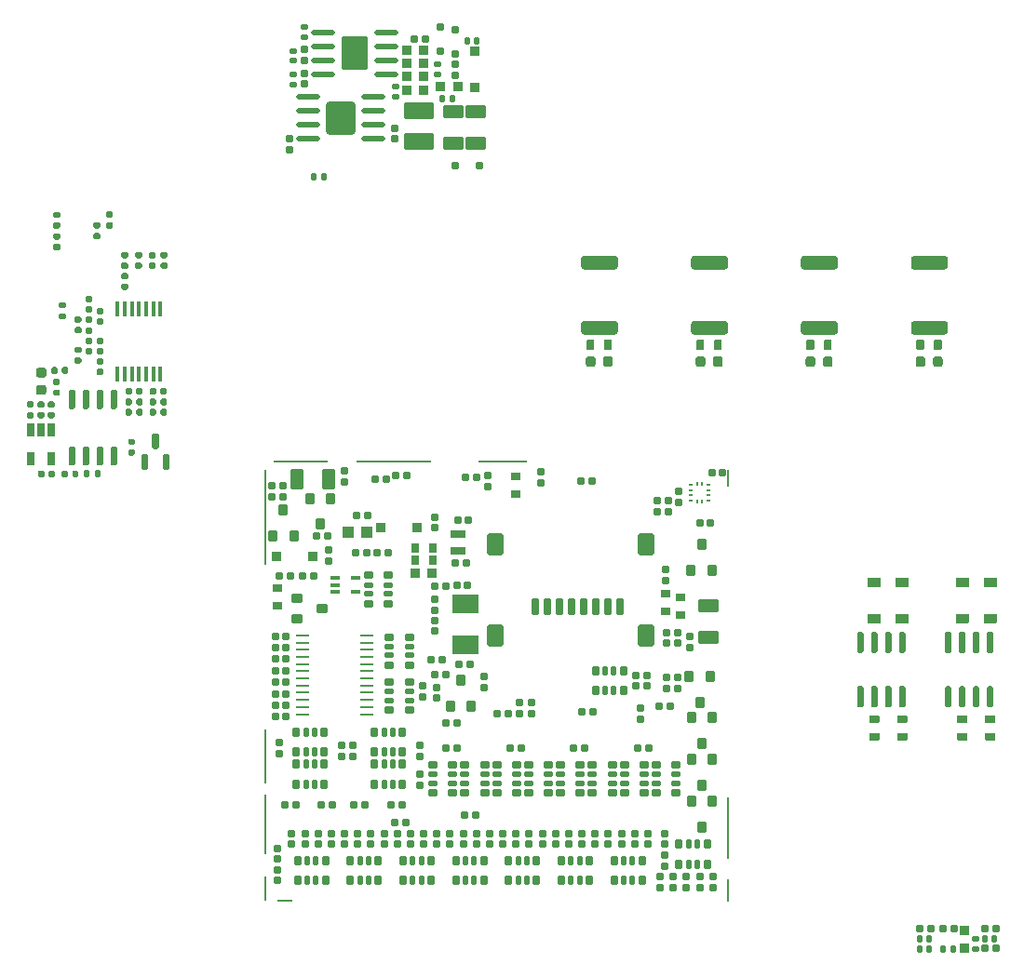
<source format=gbp>
G75*
G70*
%OFA0B0*%
%FSLAX25Y25*%
%IPPOS*%
%LPD*%
%AMOC8*
5,1,8,0,0,1.08239X$1,22.5*
%
%AMM1*
21,1,0.035430,0.030320,0.000000,0.000000,90.000000*
21,1,0.028350,0.037400,0.000000,0.000000,90.000000*
1,1,0.007090,0.015160,0.014170*
1,1,0.007090,0.015160,-0.014170*
1,1,0.007090,-0.015160,-0.014170*
1,1,0.007090,-0.015160,0.014170*
%
%AMM10*
21,1,0.025590,0.026380,0.000000,0.000000,90.000000*
21,1,0.020470,0.031500,0.000000,0.000000,90.000000*
1,1,0.005120,0.013190,0.010240*
1,1,0.005120,0.013190,-0.010240*
1,1,0.005120,-0.013190,-0.010240*
1,1,0.005120,-0.013190,0.010240*
%
%AMM11*
21,1,0.017720,0.027950,0.000000,0.000000,90.000000*
21,1,0.014170,0.031500,0.000000,0.000000,90.000000*
1,1,0.003540,0.013980,0.007090*
1,1,0.003540,0.013980,-0.007090*
1,1,0.003540,-0.013980,-0.007090*
1,1,0.003540,-0.013980,0.007090*
%
%AMM13*
21,1,0.012600,0.028980,0.000000,0.000000,90.000000*
21,1,0.010080,0.031500,0.000000,0.000000,90.000000*
1,1,0.002520,0.014490,0.005040*
1,1,0.002520,0.014490,-0.005040*
1,1,0.002520,-0.014490,-0.005040*
1,1,0.002520,-0.014490,0.005040*
%
%AMM16*
21,1,0.027560,0.018900,0.000000,0.000000,90.000000*
21,1,0.022840,0.023620,0.000000,0.000000,90.000000*
1,1,0.004720,0.009450,0.011420*
1,1,0.004720,0.009450,-0.011420*
1,1,0.004720,-0.009450,-0.011420*
1,1,0.004720,-0.009450,0.011420*
%
%AMM170*
21,1,0.035830,0.026770,0.000000,-0.000000,270.000000*
21,1,0.029130,0.033470,0.000000,-0.000000,270.000000*
1,1,0.006690,-0.013390,-0.014570*
1,1,0.006690,-0.013390,0.014570*
1,1,0.006690,0.013390,0.014570*
1,1,0.006690,0.013390,-0.014570*
%
%AMM171*
21,1,0.070870,0.036220,0.000000,-0.000000,0.000000*
21,1,0.061810,0.045280,0.000000,-0.000000,0.000000*
1,1,0.009060,0.030910,-0.018110*
1,1,0.009060,-0.030910,-0.018110*
1,1,0.009060,-0.030910,0.018110*
1,1,0.009060,0.030910,0.018110*
%
%AMM174*
21,1,0.023620,0.018900,0.000000,-0.000000,0.000000*
21,1,0.018900,0.023620,0.000000,-0.000000,0.000000*
1,1,0.004720,0.009450,-0.009450*
1,1,0.004720,-0.009450,-0.009450*
1,1,0.004720,-0.009450,0.009450*
1,1,0.004720,0.009450,0.009450*
%
%AMM175*
21,1,0.019680,0.019680,0.000000,-0.000000,270.000000*
21,1,0.015750,0.023620,0.000000,-0.000000,270.000000*
1,1,0.003940,-0.009840,-0.007870*
1,1,0.003940,-0.009840,0.007870*
1,1,0.003940,0.009840,0.007870*
1,1,0.003940,0.009840,-0.007870*
%
%AMM176*
21,1,0.019680,0.019680,0.000000,-0.000000,180.000000*
21,1,0.015750,0.023620,0.000000,-0.000000,180.000000*
1,1,0.003940,-0.007870,0.009840*
1,1,0.003940,0.007870,0.009840*
1,1,0.003940,0.007870,-0.009840*
1,1,0.003940,-0.007870,-0.009840*
%
%AMM190*
21,1,0.023620,0.018900,0.000000,-0.000000,270.000000*
21,1,0.018900,0.023620,0.000000,-0.000000,270.000000*
1,1,0.004720,-0.009450,-0.009450*
1,1,0.004720,-0.009450,0.009450*
1,1,0.004720,0.009450,0.009450*
1,1,0.004720,0.009450,-0.009450*
%
%AMM191*
21,1,0.106300,0.050390,0.000000,-0.000000,0.000000*
21,1,0.093700,0.062990,0.000000,-0.000000,0.000000*
1,1,0.012600,0.046850,-0.025200*
1,1,0.012600,-0.046850,-0.025200*
1,1,0.012600,-0.046850,0.025200*
1,1,0.012600,0.046850,0.025200*
%
%AMM192*
21,1,0.033470,0.026770,0.000000,-0.000000,180.000000*
21,1,0.026770,0.033470,0.000000,-0.000000,180.000000*
1,1,0.006690,-0.013390,0.013390*
1,1,0.006690,0.013390,0.013390*
1,1,0.006690,0.013390,-0.013390*
1,1,0.006690,-0.013390,-0.013390*
%
%AMM193*
21,1,0.122050,0.075590,0.000000,-0.000000,90.000000*
21,1,0.103150,0.094490,0.000000,-0.000000,90.000000*
1,1,0.018900,0.037800,0.051580*
1,1,0.018900,0.037800,-0.051580*
1,1,0.018900,-0.037800,-0.051580*
1,1,0.018900,-0.037800,0.051580*
%
%AMM194*
21,1,0.118110,0.083460,0.000000,-0.000000,270.000000*
21,1,0.097240,0.104330,0.000000,-0.000000,270.000000*
1,1,0.020870,-0.041730,-0.048620*
1,1,0.020870,-0.041730,0.048620*
1,1,0.020870,0.041730,0.048620*
1,1,0.020870,0.041730,-0.048620*
%
%AMM33*
21,1,0.033470,0.026770,0.000000,0.000000,180.000000*
21,1,0.026770,0.033470,0.000000,0.000000,180.000000*
1,1,0.006690,-0.013390,0.013390*
1,1,0.006690,0.013390,0.013390*
1,1,0.006690,0.013390,-0.013390*
1,1,0.006690,-0.013390,-0.013390*
%
%AMM34*
21,1,0.035430,0.030320,0.000000,0.000000,180.000000*
21,1,0.028350,0.037400,0.000000,0.000000,180.000000*
1,1,0.007090,-0.014170,0.015160*
1,1,0.007090,0.014170,0.015160*
1,1,0.007090,0.014170,-0.015160*
1,1,0.007090,-0.014170,-0.015160*
%
%AMM35*
21,1,0.035830,0.026770,0.000000,0.000000,0.000000*
21,1,0.029130,0.033470,0.000000,0.000000,0.000000*
1,1,0.006690,0.014570,-0.013390*
1,1,0.006690,-0.014570,-0.013390*
1,1,0.006690,-0.014570,0.013390*
1,1,0.006690,0.014570,0.013390*
%
%AMM36*
21,1,0.070870,0.036220,0.000000,0.000000,0.000000*
21,1,0.061810,0.045280,0.000000,0.000000,0.000000*
1,1,0.009060,0.030910,-0.018110*
1,1,0.009060,-0.030910,-0.018110*
1,1,0.009060,-0.030910,0.018110*
1,1,0.009060,0.030910,0.018110*
%
%AMM37*
21,1,0.059060,0.020470,0.000000,0.000000,90.000000*
21,1,0.053940,0.025590,0.000000,0.000000,90.000000*
1,1,0.005120,0.010240,0.026970*
1,1,0.005120,0.010240,-0.026970*
1,1,0.005120,-0.010240,-0.026970*
1,1,0.005120,-0.010240,0.026970*
%
%AMM38*
21,1,0.078740,0.045670,0.000000,0.000000,90.000000*
21,1,0.067320,0.057090,0.000000,0.000000,90.000000*
1,1,0.011420,0.022840,0.033660*
1,1,0.011420,0.022840,-0.033660*
1,1,0.011420,-0.022840,-0.033660*
1,1,0.011420,-0.022840,0.033660*
%
%AMM39*
21,1,0.025590,0.026380,0.000000,0.000000,0.000000*
21,1,0.020470,0.031500,0.000000,0.000000,0.000000*
1,1,0.005120,0.010240,-0.013190*
1,1,0.005120,-0.010240,-0.013190*
1,1,0.005120,-0.010240,0.013190*
1,1,0.005120,0.010240,0.013190*
%
%AMM40*
21,1,0.017720,0.027950,0.000000,0.000000,0.000000*
21,1,0.014170,0.031500,0.000000,0.000000,0.000000*
1,1,0.003540,0.007090,-0.013980*
1,1,0.003540,-0.007090,-0.013980*
1,1,0.003540,-0.007090,0.013980*
1,1,0.003540,0.007090,0.013980*
%
%AMM41*
21,1,0.027560,0.030710,0.000000,0.000000,90.000000*
21,1,0.022050,0.036220,0.000000,0.000000,90.000000*
1,1,0.005510,0.015350,0.011020*
1,1,0.005510,0.015350,-0.011020*
1,1,0.005510,-0.015350,-0.011020*
1,1,0.005510,-0.015350,0.011020*
%
%AMM42*
21,1,0.027560,0.049610,0.000000,0.000000,270.000000*
21,1,0.022050,0.055120,0.000000,0.000000,270.000000*
1,1,0.005510,-0.024800,-0.011020*
1,1,0.005510,-0.024800,0.011020*
1,1,0.005510,0.024800,0.011020*
1,1,0.005510,0.024800,-0.011020*
%
%AMM43*
21,1,0.027560,0.030710,0.000000,0.000000,0.000000*
21,1,0.022050,0.036220,0.000000,0.000000,0.000000*
1,1,0.005510,0.011020,-0.015350*
1,1,0.005510,-0.011020,-0.015350*
1,1,0.005510,-0.011020,0.015350*
1,1,0.005510,0.011020,0.015350*
%
%AMM44*
21,1,0.070870,0.036220,0.000000,0.000000,90.000000*
21,1,0.061810,0.045280,0.000000,0.000000,90.000000*
1,1,0.009060,0.018110,0.030910*
1,1,0.009060,0.018110,-0.030910*
1,1,0.009060,-0.018110,-0.030910*
1,1,0.009060,-0.018110,0.030910*
%
%AMM59*
21,1,0.023620,0.018900,0.000000,0.000000,180.000000*
21,1,0.018900,0.023620,0.000000,0.000000,180.000000*
1,1,0.004720,-0.009450,0.009450*
1,1,0.004720,0.009450,0.009450*
1,1,0.004720,0.009450,-0.009450*
1,1,0.004720,-0.009450,-0.009450*
%
%AMM60*
21,1,0.019680,0.019680,0.000000,0.000000,270.000000*
21,1,0.015750,0.023620,0.000000,0.000000,270.000000*
1,1,0.003940,-0.009840,-0.007870*
1,1,0.003940,-0.009840,0.007870*
1,1,0.003940,0.009840,0.007870*
1,1,0.003940,0.009840,-0.007870*
%
%AMM61*
21,1,0.033470,0.026770,0.000000,0.000000,270.000000*
21,1,0.026770,0.033470,0.000000,0.000000,270.000000*
1,1,0.006690,-0.013390,-0.013390*
1,1,0.006690,-0.013390,0.013390*
1,1,0.006690,0.013390,0.013390*
1,1,0.006690,0.013390,-0.013390*
%
%AMM62*
21,1,0.019680,0.019680,0.000000,0.000000,0.000000*
21,1,0.015750,0.023620,0.000000,0.000000,0.000000*
1,1,0.003940,0.007870,-0.009840*
1,1,0.003940,-0.007870,-0.009840*
1,1,0.003940,-0.007870,0.009840*
1,1,0.003940,0.007870,0.009840*
%
%AMM7*
21,1,0.027560,0.018900,0.000000,0.000000,180.000000*
21,1,0.022840,0.023620,0.000000,0.000000,180.000000*
1,1,0.004720,-0.011420,0.009450*
1,1,0.004720,0.011420,0.009450*
1,1,0.004720,0.011420,-0.009450*
1,1,0.004720,-0.011420,-0.009450*
%
%ADD132M33*%
%ADD133M34*%
%ADD134M35*%
%ADD135R,0.03937X0.04331*%
%ADD136M36*%
%ADD137M37*%
%ADD138M38*%
%ADD140R,0.09449X0.06693*%
%ADD141M39*%
%ADD142M40*%
%ADD143M41*%
%ADD144M42*%
%ADD145M43*%
%ADD146M44*%
%ADD147O,0.04961X0.00984*%
%ADD148R,0.00984X0.01378*%
%ADD149R,0.01378X0.00984*%
%ADD173M59*%
%ADD174M60*%
%ADD175M61*%
%ADD176M62*%
%ADD20R,0.00787X0.09055*%
%ADD21R,0.00787X0.21260*%
%ADD22R,0.00787X0.33858*%
%ADD23R,0.00787X0.19685*%
%ADD24R,0.05512X0.00787*%
%ADD243R,0.01772X0.05709*%
%ADD244R,0.02559X0.04803*%
%ADD25R,0.19685X0.00787*%
%ADD26R,0.26772X0.00787*%
%ADD27R,0.17717X0.00787*%
%ADD275O,0.08661X0.01968*%
%ADD28R,0.00787X0.06299*%
%ADD29R,0.00787X0.22441*%
%ADD30R,0.00787X0.07874*%
%ADD326M170*%
%ADD327M171*%
%ADD330M174*%
%ADD331M175*%
%ADD332M176*%
%ADD346M190*%
%ADD347M191*%
%ADD348M192*%
%ADD349M193*%
%ADD350M194*%
%ADD76M1*%
%ADD82M7*%
%ADD85M10*%
%ADD86M11*%
%ADD90M13*%
%ADD96M16*%
X0000000Y0000000D02*
%LPD*%
G01*
G36*
G01*
X0253715Y0215328D02*
X0253715Y0213310D01*
G75*
G02*
X0252853Y0212449I-000861J0000000D01*
G01*
X0251131Y0212449D01*
G75*
G02*
X0250270Y0213310I0000000J0000861D01*
G01*
X0250270Y0215328D01*
G75*
G02*
X0251131Y0216189I0000861J0000000D01*
G01*
X0252853Y0216189D01*
G75*
G02*
X0253715Y0215328I0000000J-000861D01*
G01*
G37*
G36*
G01*
X0247514Y0215328D02*
X0247514Y0213310D01*
G75*
G02*
X0246653Y0212449I-000861J0000000D01*
G01*
X0244930Y0212449D01*
G75*
G02*
X0244069Y0213310I0000000J0000861D01*
G01*
X0244069Y0215328D01*
G75*
G02*
X0244930Y0216189I0000861J0000000D01*
G01*
X0246653Y0216189D01*
G75*
G02*
X0247514Y0215328I0000000J-000861D01*
G01*
G37*
G36*
G01*
X0283685Y0218783D02*
X0283685Y0221854D01*
G75*
G02*
X0283961Y0222130I0000276J0000000D01*
G01*
X0286165Y0222130D01*
G75*
G02*
X0286441Y0221854I0000000J-000276D01*
G01*
X0286441Y0218783D01*
G75*
G02*
X0286165Y0218508I-000276J0000000D01*
G01*
X0283961Y0218508D01*
G75*
G02*
X0283685Y0218783I0000000J0000276D01*
G01*
G37*
G36*
G01*
X0289984Y0218783D02*
X0289984Y0221854D01*
G75*
G02*
X0290260Y0222130I0000276J0000000D01*
G01*
X0292465Y0222130D01*
G75*
G02*
X0292740Y0221854I0000000J-000276D01*
G01*
X0292740Y0218783D01*
G75*
G02*
X0292465Y0218508I-000276J0000000D01*
G01*
X0290260Y0218508D01*
G75*
G02*
X0289984Y0218783I0000000J0000276D01*
G01*
G37*
G36*
G01*
X0323055Y0218783D02*
X0323055Y0221854D01*
G75*
G02*
X0323331Y0222130I0000276J0000000D01*
G01*
X0325535Y0222130D01*
G75*
G02*
X0325811Y0221854I0000000J-000276D01*
G01*
X0325811Y0218783D01*
G75*
G02*
X0325535Y0218508I-000276J0000000D01*
G01*
X0323331Y0218508D01*
G75*
G02*
X0323055Y0218783I0000000J0000276D01*
G01*
G37*
G36*
G01*
X0329354Y0218783D02*
X0329354Y0221854D01*
G75*
G02*
X0329630Y0222130I0000276J0000000D01*
G01*
X0331835Y0222130D01*
G75*
G02*
X0332110Y0221854I0000000J-000276D01*
G01*
X0332110Y0218783D01*
G75*
G02*
X0331835Y0218508I-000276J0000000D01*
G01*
X0329630Y0218508D01*
G75*
G02*
X0329354Y0218783I0000000J0000276D01*
G01*
G37*
G36*
G01*
X0204945Y0218783D02*
X0204945Y0221854D01*
G75*
G02*
X0205220Y0222130I0000276J0000000D01*
G01*
X0207425Y0222130D01*
G75*
G02*
X0207701Y0221854I0000000J-000276D01*
G01*
X0207701Y0218783D01*
G75*
G02*
X0207425Y0218508I-000276J0000000D01*
G01*
X0205220Y0218508D01*
G75*
G02*
X0204945Y0218783I0000000J0000276D01*
G01*
G37*
G36*
G01*
X0211244Y0218783D02*
X0211244Y0221854D01*
G75*
G02*
X0211520Y0222130I0000276J0000000D01*
G01*
X0213724Y0222130D01*
G75*
G02*
X0214000Y0221854I0000000J-000276D01*
G01*
X0214000Y0218783D01*
G75*
G02*
X0213724Y0218508I-000276J0000000D01*
G01*
X0211520Y0218508D01*
G75*
G02*
X0211244Y0218783I0000000J0000276D01*
G01*
G37*
G36*
G01*
X0293085Y0215328D02*
X0293085Y0213310D01*
G75*
G02*
X0292223Y0212449I-000861J0000000D01*
G01*
X0290501Y0212449D01*
G75*
G02*
X0289640Y0213310I0000000J0000861D01*
G01*
X0289640Y0215328D01*
G75*
G02*
X0290501Y0216189I0000861J0000000D01*
G01*
X0292223Y0216189D01*
G75*
G02*
X0293085Y0215328I0000000J-000861D01*
G01*
G37*
G36*
G01*
X0286884Y0215328D02*
X0286884Y0213310D01*
G75*
G02*
X0286023Y0212449I-000861J0000000D01*
G01*
X0284300Y0212449D01*
G75*
G02*
X0283439Y0213310I0000000J0000861D01*
G01*
X0283439Y0215328D01*
G75*
G02*
X0284300Y0216189I0000861J0000000D01*
G01*
X0286023Y0216189D01*
G75*
G02*
X0286884Y0215328I0000000J-000861D01*
G01*
G37*
G36*
G01*
X0309535Y0078535D02*
X0306465Y0078535D01*
G75*
G02*
X0306189Y0078811I0000000J0000276D01*
G01*
X0306189Y0081016D01*
G75*
G02*
X0306465Y0081291I0000276J0000000D01*
G01*
X0309535Y0081291D01*
G75*
G02*
X0309811Y0081016I0000000J-000276D01*
G01*
X0309811Y0078811D01*
G75*
G02*
X0309535Y0078535I-000276J0000000D01*
G01*
G37*
G36*
G01*
X0309535Y0084835D02*
X0306465Y0084835D01*
G75*
G02*
X0306189Y0085110I0000000J0000276D01*
G01*
X0306189Y0087315D01*
G75*
G02*
X0306465Y0087591I0000276J0000000D01*
G01*
X0309535Y0087591D01*
G75*
G02*
X0309811Y0087315I0000000J-000276D01*
G01*
X0309811Y0085110D01*
G75*
G02*
X0309535Y0084835I-000276J0000000D01*
G01*
G37*
G36*
G01*
X0319535Y0078535D02*
X0316465Y0078535D01*
G75*
G02*
X0316189Y0078811I0000000J0000276D01*
G01*
X0316189Y0081016D01*
G75*
G02*
X0316465Y0081291I0000276J0000000D01*
G01*
X0319535Y0081291D01*
G75*
G02*
X0319811Y0081016I0000000J-000276D01*
G01*
X0319811Y0078811D01*
G75*
G02*
X0319535Y0078535I-000276J0000000D01*
G01*
G37*
G36*
G01*
X0319535Y0084835D02*
X0316465Y0084835D01*
G75*
G02*
X0316189Y0085110I0000000J0000276D01*
G01*
X0316189Y0087315D01*
G75*
G02*
X0316465Y0087591I0000276J0000000D01*
G01*
X0319535Y0087591D01*
G75*
G02*
X0319811Y0087315I0000000J-000276D01*
G01*
X0319811Y0085110D01*
G75*
G02*
X0319535Y0084835I-000276J0000000D01*
G01*
G37*
G36*
G01*
X0214344Y0215328D02*
X0214344Y0213310D01*
G75*
G02*
X0213483Y0212449I-000861J0000000D01*
G01*
X0211761Y0212449D01*
G75*
G02*
X0210900Y0213310I0000000J0000861D01*
G01*
X0210900Y0215328D01*
G75*
G02*
X0211761Y0216189I0000861J0000000D01*
G01*
X0213483Y0216189D01*
G75*
G02*
X0214344Y0215328I0000000J-000861D01*
G01*
G37*
G36*
G01*
X0208144Y0215328D02*
X0208144Y0213310D01*
G75*
G02*
X0207282Y0212449I-000861J0000000D01*
G01*
X0205560Y0212449D01*
G75*
G02*
X0204699Y0213310I0000000J0000861D01*
G01*
X0204699Y0215328D01*
G75*
G02*
X0205560Y0216189I0000861J0000000D01*
G01*
X0207282Y0216189D01*
G75*
G02*
X0208144Y0215328I0000000J-000861D01*
G01*
G37*
G36*
G01*
X0293976Y0224026D02*
X0282756Y0224026D01*
G75*
G02*
X0281772Y0225010I0000000J0000984D01*
G01*
X0281772Y0227864D01*
G75*
G02*
X0282756Y0228848I0000984J0000000D01*
G01*
X0293976Y0228848D01*
G75*
G02*
X0294961Y0227864I0000000J-000984D01*
G01*
X0294961Y0225010D01*
G75*
G02*
X0293976Y0224026I-000984J0000000D01*
G01*
G37*
G36*
G01*
X0293976Y0247352D02*
X0282756Y0247352D01*
G75*
G02*
X0281772Y0248337I0000000J0000984D01*
G01*
X0281772Y0251191D01*
G75*
G02*
X0282756Y0252175I0000984J0000000D01*
G01*
X0293976Y0252175D01*
G75*
G02*
X0294961Y0251191I0000000J-000984D01*
G01*
X0294961Y0248337D01*
G75*
G02*
X0293976Y0247352I-000984J0000000D01*
G01*
G37*
G36*
G01*
X0351031Y0078535D02*
X0347961Y0078535D01*
G75*
G02*
X0347685Y0078811I0000000J0000276D01*
G01*
X0347685Y0081016D01*
G75*
G02*
X0347961Y0081291I0000276J0000000D01*
G01*
X0351031Y0081291D01*
G75*
G02*
X0351307Y0081016I0000000J-000276D01*
G01*
X0351307Y0078811D01*
G75*
G02*
X0351031Y0078535I-000276J0000000D01*
G01*
G37*
G36*
G01*
X0351031Y0084835D02*
X0347961Y0084835D01*
G75*
G02*
X0347685Y0085110I0000000J0000276D01*
G01*
X0347685Y0087315D01*
G75*
G02*
X0347961Y0087591I0000276J0000000D01*
G01*
X0351031Y0087591D01*
G75*
G02*
X0351307Y0087315I0000000J-000276D01*
G01*
X0351307Y0085110D01*
G75*
G02*
X0351031Y0084835I-000276J0000000D01*
G01*
G37*
G36*
G01*
X0254606Y0224026D02*
X0243386Y0224026D01*
G75*
G02*
X0242402Y0225010I0000000J0000984D01*
G01*
X0242402Y0227864D01*
G75*
G02*
X0243386Y0228848I0000984J0000000D01*
G01*
X0254606Y0228848D01*
G75*
G02*
X0255591Y0227864I0000000J-000984D01*
G01*
X0255591Y0225010D01*
G75*
G02*
X0254606Y0224026I-000984J0000000D01*
G01*
G37*
G36*
G01*
X0254606Y0247352D02*
X0243386Y0247352D01*
G75*
G02*
X0242402Y0248337I0000000J0000984D01*
G01*
X0242402Y0251191D01*
G75*
G02*
X0243386Y0252175I0000984J0000000D01*
G01*
X0254606Y0252175D01*
G75*
G02*
X0255591Y0251191I0000000J-000984D01*
G01*
X0255591Y0248337D01*
G75*
G02*
X0254606Y0247352I-000984J0000000D01*
G01*
G37*
G36*
G01*
X0333346Y0224026D02*
X0322126Y0224026D01*
G75*
G02*
X0321142Y0225010I0000000J0000984D01*
G01*
X0321142Y0227864D01*
G75*
G02*
X0322126Y0228848I0000984J0000000D01*
G01*
X0333346Y0228848D01*
G75*
G02*
X0334331Y0227864I0000000J-000984D01*
G01*
X0334331Y0225010D01*
G75*
G02*
X0333346Y0224026I-000984J0000000D01*
G01*
G37*
G36*
G01*
X0333346Y0247352D02*
X0322126Y0247352D01*
G75*
G02*
X0321142Y0248337I0000000J0000984D01*
G01*
X0321142Y0251191D01*
G75*
G02*
X0322126Y0252175I0000984J0000000D01*
G01*
X0333346Y0252175D01*
G75*
G02*
X0334331Y0251191I0000000J-000984D01*
G01*
X0334331Y0248337D01*
G75*
G02*
X0333346Y0247352I-000984J0000000D01*
G01*
G37*
G36*
G01*
X0244315Y0218783D02*
X0244315Y0221854D01*
G75*
G02*
X0244591Y0222130I0000276J0000000D01*
G01*
X0246795Y0222130D01*
G75*
G02*
X0247071Y0221854I0000000J-000276D01*
G01*
X0247071Y0218783D01*
G75*
G02*
X0246795Y0218508I-000276J0000000D01*
G01*
X0244591Y0218508D01*
G75*
G02*
X0244315Y0218783I0000000J0000276D01*
G01*
G37*
G36*
G01*
X0250614Y0218783D02*
X0250614Y0221854D01*
G75*
G02*
X0250890Y0222130I0000276J0000000D01*
G01*
X0253094Y0222130D01*
G75*
G02*
X0253370Y0221854I0000000J-000276D01*
G01*
X0253370Y0218783D01*
G75*
G02*
X0253094Y0218508I-000276J0000000D01*
G01*
X0250890Y0218508D01*
G75*
G02*
X0250614Y0218783I0000000J0000276D01*
G01*
G37*
G36*
G01*
X0305992Y0136976D02*
X0310008Y0136976D01*
G75*
G02*
X0310362Y0136622I0000000J-000354D01*
G01*
X0310362Y0133787D01*
G75*
G02*
X0310008Y0133433I-000354J0000000D01*
G01*
X0305992Y0133433D01*
G75*
G02*
X0305638Y0133787I0000000J0000354D01*
G01*
X0305638Y0136622D01*
G75*
G02*
X0305992Y0136976I0000354J0000000D01*
G01*
G37*
G36*
G01*
X0305992Y0123984D02*
X0310008Y0123984D01*
G75*
G02*
X0310362Y0123630I0000000J-000354D01*
G01*
X0310362Y0120795D01*
G75*
G02*
X0310008Y0120441I-000354J0000000D01*
G01*
X0305992Y0120441D01*
G75*
G02*
X0305638Y0120795I0000000J0000354D01*
G01*
X0305638Y0123630D01*
G75*
G02*
X0305992Y0123984I0000354J0000000D01*
G01*
G37*
G36*
G01*
X0332455Y0215328D02*
X0332455Y0213310D01*
G75*
G02*
X0331594Y0212449I-000861J0000000D01*
G01*
X0329871Y0212449D01*
G75*
G02*
X0329010Y0213310I0000000J0000861D01*
G01*
X0329010Y0215328D01*
G75*
G02*
X0329871Y0216189I0000861J0000000D01*
G01*
X0331594Y0216189D01*
G75*
G02*
X0332455Y0215328I0000000J-000861D01*
G01*
G37*
G36*
G01*
X0326254Y0215328D02*
X0326254Y0213310D01*
G75*
G02*
X0325393Y0212449I-000861J0000000D01*
G01*
X0323670Y0212449D01*
G75*
G02*
X0322809Y0213310I0000000J0000861D01*
G01*
X0322809Y0215328D01*
G75*
G02*
X0323670Y0216189I0000861J0000000D01*
G01*
X0325393Y0216189D01*
G75*
G02*
X0326254Y0215328I0000000J-000861D01*
G01*
G37*
G36*
G01*
X0347488Y0136976D02*
X0351504Y0136976D01*
G75*
G02*
X0351858Y0136622I0000000J-000354D01*
G01*
X0351858Y0133787D01*
G75*
G02*
X0351504Y0133433I-000354J0000000D01*
G01*
X0347488Y0133433D01*
G75*
G02*
X0347134Y0133787I0000000J0000354D01*
G01*
X0347134Y0136622D01*
G75*
G02*
X0347488Y0136976I0000354J0000000D01*
G01*
G37*
G36*
G01*
X0347488Y0123984D02*
X0351504Y0123984D01*
G75*
G02*
X0351858Y0123630I0000000J-000354D01*
G01*
X0351858Y0120795D01*
G75*
G02*
X0351504Y0120441I-000354J0000000D01*
G01*
X0347488Y0120441D01*
G75*
G02*
X0347134Y0120795I0000000J0000354D01*
G01*
X0347134Y0123630D01*
G75*
G02*
X0347488Y0123984I0000354J0000000D01*
G01*
G37*
G36*
G01*
X0315992Y0136976D02*
X0320008Y0136976D01*
G75*
G02*
X0320362Y0136622I0000000J-000354D01*
G01*
X0320362Y0133787D01*
G75*
G02*
X0320008Y0133433I-000354J0000000D01*
G01*
X0315992Y0133433D01*
G75*
G02*
X0315638Y0133787I0000000J0000354D01*
G01*
X0315638Y0136622D01*
G75*
G02*
X0315992Y0136976I0000354J0000000D01*
G01*
G37*
G36*
G01*
X0315992Y0123984D02*
X0320008Y0123984D01*
G75*
G02*
X0320362Y0123630I0000000J-000354D01*
G01*
X0320362Y0120795D01*
G75*
G02*
X0320008Y0120441I-000354J0000000D01*
G01*
X0315992Y0120441D01*
G75*
G02*
X0315638Y0120795I0000000J0000354D01*
G01*
X0315638Y0123630D01*
G75*
G02*
X0315992Y0123984I0000354J0000000D01*
G01*
G37*
G36*
G01*
X0350087Y0090374D02*
X0348906Y0090374D01*
G75*
G02*
X0348315Y0090965I0000000J0000591D01*
G01*
X0348315Y0097461D01*
G75*
G02*
X0348906Y0098051I0000591J0000000D01*
G01*
X0350087Y0098051D01*
G75*
G02*
X0350677Y0097461I0000000J-000591D01*
G01*
X0350677Y0090965D01*
G75*
G02*
X0350087Y0090374I-000591J0000000D01*
G01*
G37*
G36*
G01*
X0345087Y0090374D02*
X0343906Y0090374D01*
G75*
G02*
X0343315Y0090965I0000000J0000591D01*
G01*
X0343315Y0097461D01*
G75*
G02*
X0343906Y0098051I0000591J0000000D01*
G01*
X0345087Y0098051D01*
G75*
G02*
X0345677Y0097461I0000000J-000591D01*
G01*
X0345677Y0090965D01*
G75*
G02*
X0345087Y0090374I-000591J0000000D01*
G01*
G37*
G36*
G01*
X0340087Y0090374D02*
X0338906Y0090374D01*
G75*
G02*
X0338315Y0090965I0000000J0000591D01*
G01*
X0338315Y0097461D01*
G75*
G02*
X0338906Y0098051I0000591J0000000D01*
G01*
X0340087Y0098051D01*
G75*
G02*
X0340677Y0097461I0000000J-000591D01*
G01*
X0340677Y0090965D01*
G75*
G02*
X0340087Y0090374I-000591J0000000D01*
G01*
G37*
G36*
G01*
X0335087Y0090374D02*
X0333906Y0090374D01*
G75*
G02*
X0333315Y0090965I0000000J0000591D01*
G01*
X0333315Y0097461D01*
G75*
G02*
X0333906Y0098051I0000591J0000000D01*
G01*
X0335087Y0098051D01*
G75*
G02*
X0335677Y0097461I0000000J-000591D01*
G01*
X0335677Y0090965D01*
G75*
G02*
X0335087Y0090374I-000591J0000000D01*
G01*
G37*
G36*
G01*
X0335087Y0109862D02*
X0333906Y0109862D01*
G75*
G02*
X0333315Y0110453I0000000J0000591D01*
G01*
X0333315Y0116949D01*
G75*
G02*
X0333906Y0117539I0000591J0000000D01*
G01*
X0335087Y0117539D01*
G75*
G02*
X0335677Y0116949I0000000J-000591D01*
G01*
X0335677Y0110453D01*
G75*
G02*
X0335087Y0109862I-000591J0000000D01*
G01*
G37*
G36*
G01*
X0340087Y0109862D02*
X0338906Y0109862D01*
G75*
G02*
X0338315Y0110453I0000000J0000591D01*
G01*
X0338315Y0116949D01*
G75*
G02*
X0338906Y0117539I0000591J0000000D01*
G01*
X0340087Y0117539D01*
G75*
G02*
X0340677Y0116949I0000000J-000591D01*
G01*
X0340677Y0110453D01*
G75*
G02*
X0340087Y0109862I-000591J0000000D01*
G01*
G37*
G36*
G01*
X0345087Y0109862D02*
X0343906Y0109862D01*
G75*
G02*
X0343315Y0110453I0000000J0000591D01*
G01*
X0343315Y0116949D01*
G75*
G02*
X0343906Y0117539I0000591J0000000D01*
G01*
X0345087Y0117539D01*
G75*
G02*
X0345677Y0116949I0000000J-000591D01*
G01*
X0345677Y0110453D01*
G75*
G02*
X0345087Y0109862I-000591J0000000D01*
G01*
G37*
G36*
G01*
X0350087Y0109862D02*
X0348906Y0109862D01*
G75*
G02*
X0348315Y0110453I0000000J0000591D01*
G01*
X0348315Y0116949D01*
G75*
G02*
X0348906Y0117539I0000591J0000000D01*
G01*
X0350087Y0117539D01*
G75*
G02*
X0350677Y0116949I0000000J-000591D01*
G01*
X0350677Y0110453D01*
G75*
G02*
X0350087Y0109862I-000591J0000000D01*
G01*
G37*
G36*
G01*
X0341031Y0078535D02*
X0337961Y0078535D01*
G75*
G02*
X0337685Y0078811I0000000J0000276D01*
G01*
X0337685Y0081016D01*
G75*
G02*
X0337961Y0081291I0000276J0000000D01*
G01*
X0341031Y0081291D01*
G75*
G02*
X0341307Y0081016I0000000J-000276D01*
G01*
X0341307Y0078811D01*
G75*
G02*
X0341031Y0078535I-000276J0000000D01*
G01*
G37*
G36*
G01*
X0341031Y0084835D02*
X0337961Y0084835D01*
G75*
G02*
X0337685Y0085110I0000000J0000276D01*
G01*
X0337685Y0087315D01*
G75*
G02*
X0337961Y0087591I0000276J0000000D01*
G01*
X0341031Y0087591D01*
G75*
G02*
X0341307Y0087315I0000000J-000276D01*
G01*
X0341307Y0085110D01*
G75*
G02*
X0341031Y0084835I-000276J0000000D01*
G01*
G37*
G36*
G01*
X0215236Y0224026D02*
X0204016Y0224026D01*
G75*
G02*
X0203031Y0225010I0000000J0000984D01*
G01*
X0203031Y0227864D01*
G75*
G02*
X0204016Y0228848I0000984J0000000D01*
G01*
X0215236Y0228848D01*
G75*
G02*
X0216220Y0227864I0000000J-000984D01*
G01*
X0216220Y0225010D01*
G75*
G02*
X0215236Y0224026I-000984J0000000D01*
G01*
G37*
G36*
G01*
X0215236Y0247352D02*
X0204016Y0247352D01*
G75*
G02*
X0203031Y0248337I0000000J0000984D01*
G01*
X0203031Y0251191D01*
G75*
G02*
X0204016Y0252175I0000984J0000000D01*
G01*
X0215236Y0252175D01*
G75*
G02*
X0216220Y0251191I0000000J-000984D01*
G01*
X0216220Y0248337D01*
G75*
G02*
X0215236Y0247352I-000984J0000000D01*
G01*
G37*
G36*
G01*
X0318591Y0090374D02*
X0317409Y0090374D01*
G75*
G02*
X0316819Y0090965I0000000J0000591D01*
G01*
X0316819Y0097461D01*
G75*
G02*
X0317409Y0098051I0000591J0000000D01*
G01*
X0318591Y0098051D01*
G75*
G02*
X0319181Y0097461I0000000J-000591D01*
G01*
X0319181Y0090965D01*
G75*
G02*
X0318591Y0090374I-000591J0000000D01*
G01*
G37*
G36*
G01*
X0313591Y0090374D02*
X0312409Y0090374D01*
G75*
G02*
X0311819Y0090965I0000000J0000591D01*
G01*
X0311819Y0097461D01*
G75*
G02*
X0312409Y0098051I0000591J0000000D01*
G01*
X0313591Y0098051D01*
G75*
G02*
X0314181Y0097461I0000000J-000591D01*
G01*
X0314181Y0090965D01*
G75*
G02*
X0313591Y0090374I-000591J0000000D01*
G01*
G37*
G36*
G01*
X0308591Y0090374D02*
X0307409Y0090374D01*
G75*
G02*
X0306819Y0090965I0000000J0000591D01*
G01*
X0306819Y0097461D01*
G75*
G02*
X0307409Y0098051I0000591J0000000D01*
G01*
X0308591Y0098051D01*
G75*
G02*
X0309181Y0097461I0000000J-000591D01*
G01*
X0309181Y0090965D01*
G75*
G02*
X0308591Y0090374I-000591J0000000D01*
G01*
G37*
G36*
G01*
X0303591Y0090374D02*
X0302409Y0090374D01*
G75*
G02*
X0301819Y0090965I0000000J0000591D01*
G01*
X0301819Y0097461D01*
G75*
G02*
X0302409Y0098051I0000591J0000000D01*
G01*
X0303591Y0098051D01*
G75*
G02*
X0304181Y0097461I0000000J-000591D01*
G01*
X0304181Y0090965D01*
G75*
G02*
X0303591Y0090374I-000591J0000000D01*
G01*
G37*
G36*
G01*
X0303591Y0109862D02*
X0302409Y0109862D01*
G75*
G02*
X0301819Y0110453I0000000J0000591D01*
G01*
X0301819Y0116949D01*
G75*
G02*
X0302409Y0117539I0000591J0000000D01*
G01*
X0303591Y0117539D01*
G75*
G02*
X0304181Y0116949I0000000J-000591D01*
G01*
X0304181Y0110453D01*
G75*
G02*
X0303591Y0109862I-000591J0000000D01*
G01*
G37*
G36*
G01*
X0308591Y0109862D02*
X0307409Y0109862D01*
G75*
G02*
X0306819Y0110453I0000000J0000591D01*
G01*
X0306819Y0116949D01*
G75*
G02*
X0307409Y0117539I0000591J0000000D01*
G01*
X0308591Y0117539D01*
G75*
G02*
X0309181Y0116949I0000000J-000591D01*
G01*
X0309181Y0110453D01*
G75*
G02*
X0308591Y0109862I-000591J0000000D01*
G01*
G37*
G36*
G01*
X0313591Y0109862D02*
X0312409Y0109862D01*
G75*
G02*
X0311819Y0110453I0000000J0000591D01*
G01*
X0311819Y0116949D01*
G75*
G02*
X0312409Y0117539I0000591J0000000D01*
G01*
X0313591Y0117539D01*
G75*
G02*
X0314181Y0116949I0000000J-000591D01*
G01*
X0314181Y0110453D01*
G75*
G02*
X0313591Y0109862I-000591J0000000D01*
G01*
G37*
G36*
G01*
X0318591Y0109862D02*
X0317409Y0109862D01*
G75*
G02*
X0316819Y0110453I0000000J0000591D01*
G01*
X0316819Y0116949D01*
G75*
G02*
X0317409Y0117539I0000591J0000000D01*
G01*
X0318591Y0117539D01*
G75*
G02*
X0319181Y0116949I0000000J-000591D01*
G01*
X0319181Y0110453D01*
G75*
G02*
X0318591Y0109862I-000591J0000000D01*
G01*
G37*
G36*
G01*
X0337488Y0136976D02*
X0341504Y0136976D01*
G75*
G02*
X0341858Y0136622I0000000J-000354D01*
G01*
X0341858Y0133787D01*
G75*
G02*
X0341504Y0133433I-000354J0000000D01*
G01*
X0337488Y0133433D01*
G75*
G02*
X0337134Y0133787I0000000J0000354D01*
G01*
X0337134Y0136622D01*
G75*
G02*
X0337488Y0136976I0000354J0000000D01*
G01*
G37*
G36*
G01*
X0337488Y0123984D02*
X0341504Y0123984D01*
G75*
G02*
X0341858Y0123630I0000000J-000354D01*
G01*
X0341858Y0120795D01*
G75*
G02*
X0341504Y0120441I-000354J0000000D01*
G01*
X0337488Y0120441D01*
G75*
G02*
X0337134Y0120795I0000000J0000354D01*
G01*
X0337134Y0123630D01*
G75*
G02*
X0337488Y0123984I0000354J0000000D01*
G01*
G37*
X0005888Y0140291D02*
%LPD*%
G01*
X0089543Y0020906D02*
G01*
G75*
D21*
X0089937Y0048465D02*
D03*
D20*
X0089937Y0025434D02*
D03*
D23*
X0089937Y0072874D02*
D03*
D30*
X0255685Y0024843D02*
D03*
D25*
X0102535Y0178386D02*
D03*
D26*
X0136000Y0178386D02*
D03*
D27*
X0174779Y0178386D02*
D03*
D29*
X0255685Y0047087D02*
D03*
D28*
X0255685Y0172481D02*
D03*
D24*
X0097023Y0021300D02*
D03*
D22*
X0089937Y0158701D02*
D03*
D76*
X0101158Y0122148D02*
D03*
X0110410Y0125888D02*
D03*
D76*
X0101158Y0129629D02*
D03*
D82*
X0237525Y0117363D02*
D03*
X0237525Y0113426D02*
D03*
X0121236Y0072874D02*
D03*
X0121236Y0076811D02*
D03*
X0241905Y0115788D02*
D03*
X0241905Y0111851D02*
D03*
X0118185Y0175040D02*
D03*
X0118185Y0171103D02*
D03*
X0151368Y0097678D02*
D03*
X0151368Y0093741D02*
D03*
X0168273Y0097606D02*
D03*
X0168273Y0101543D02*
D03*
X0146236Y0094134D02*
D03*
X0146236Y0098071D02*
D03*
X0095042Y0077722D02*
D03*
X0095042Y0073785D02*
D03*
X0112771Y0146890D02*
D03*
X0112771Y0142953D02*
D03*
X0092299Y0165985D02*
D03*
X0092299Y0169922D02*
D03*
X0224189Y0090197D02*
D03*
X0224189Y0086260D02*
D03*
X0150567Y0154764D02*
D03*
X0150567Y0158701D02*
D03*
X0180784Y0088327D02*
D03*
X0180784Y0092264D02*
D03*
X0169759Y0169627D02*
D03*
X0169759Y0173563D02*
D03*
X0222614Y0102008D02*
D03*
X0222614Y0098071D02*
D03*
X0226551Y0102008D02*
D03*
X0226551Y0098071D02*
D03*
X0096433Y0165985D02*
D03*
X0096433Y0169922D02*
D03*
X0233441Y0117363D02*
D03*
X0233441Y0113426D02*
D03*
X0233244Y0139804D02*
D03*
X0233244Y0135867D02*
D03*
X0185114Y0088327D02*
D03*
X0185114Y0092264D02*
D03*
X0188756Y0174843D02*
D03*
X0188756Y0170906D02*
D03*
X0150567Y0125237D02*
D03*
X0150567Y0129174D02*
D03*
X0150567Y0121693D02*
D03*
X0150567Y0117756D02*
D03*
X0137181Y0045315D02*
D03*
X0137181Y0041378D02*
D03*
X0141905Y0045315D02*
D03*
X0141905Y0041378D02*
D03*
X0146630Y0045315D02*
D03*
X0146630Y0041378D02*
D03*
X0151354Y0045315D02*
D03*
X0151354Y0041378D02*
D03*
X0236000Y0026024D02*
D03*
X0236000Y0029961D02*
D03*
X0240724Y0029961D02*
D03*
X0240724Y0026024D02*
D03*
X0245448Y0026024D02*
D03*
X0245448Y0029961D02*
D03*
X0250173Y0026024D02*
D03*
X0250173Y0029961D02*
D03*
X0117299Y0072874D02*
D03*
X0117299Y0076811D02*
D03*
X0145252Y0072874D02*
D03*
X0145252Y0076811D02*
D03*
X0113559Y0045315D02*
D03*
X0113559Y0041378D02*
D03*
X0108835Y0045315D02*
D03*
X0108835Y0041378D02*
D03*
X0104110Y0045315D02*
D03*
X0104110Y0041378D02*
D03*
X0099386Y0045315D02*
D03*
X0099386Y0041378D02*
D03*
X0132457Y0045315D02*
D03*
X0132457Y0041378D02*
D03*
X0127732Y0045315D02*
D03*
X0127732Y0041378D02*
D03*
X0123008Y0045315D02*
D03*
X0123008Y0041378D02*
D03*
X0118283Y0045315D02*
D03*
X0118283Y0041378D02*
D03*
X0170252Y0045315D02*
D03*
X0170252Y0041378D02*
D03*
X0165528Y0045315D02*
D03*
X0165528Y0041378D02*
D03*
X0160803Y0045315D02*
D03*
X0160803Y0041378D02*
D03*
X0156079Y0045315D02*
D03*
X0156079Y0041378D02*
D03*
X0189150Y0041378D02*
D03*
X0189150Y0045315D02*
D03*
X0184425Y0045315D02*
D03*
X0184425Y0041378D02*
D03*
X0179701Y0045315D02*
D03*
X0179701Y0041378D02*
D03*
X0174976Y0045315D02*
D03*
X0174976Y0041378D02*
D03*
X0208047Y0045315D02*
D03*
X0208047Y0041378D02*
D03*
X0203323Y0045315D02*
D03*
X0203323Y0041378D02*
D03*
X0198598Y0045315D02*
D03*
X0198598Y0041378D02*
D03*
X0193874Y0045315D02*
D03*
X0193874Y0041378D02*
D03*
X0222220Y0045315D02*
D03*
X0222220Y0041378D02*
D03*
X0217496Y0045315D02*
D03*
X0217496Y0041378D02*
D03*
X0212771Y0045315D02*
D03*
X0212771Y0041378D02*
D03*
X0094267Y0036063D02*
D03*
X0094267Y0040000D02*
D03*
X0231276Y0029961D02*
D03*
X0231276Y0026024D02*
D03*
X0145252Y0062638D02*
D03*
X0145252Y0066575D02*
D03*
X0232850Y0041378D02*
D03*
X0232850Y0045315D02*
D03*
X0094267Y0028386D02*
D03*
X0094267Y0032323D02*
D03*
X0232850Y0037441D02*
D03*
X0232850Y0033504D02*
D03*
X0237968Y0167756D02*
D03*
X0237968Y0163819D02*
D03*
X0226945Y0045315D02*
D03*
X0226945Y0041378D02*
D03*
D85*
X0126945Y0137737D02*
D03*
X0134031Y0137737D02*
D03*
X0134031Y0127697D02*
D03*
X0126945Y0127697D02*
D03*
X0141512Y0089508D02*
D03*
X0134425Y0089508D02*
D03*
X0134425Y0099548D02*
D03*
X0141512Y0099548D02*
D03*
X0141512Y0105650D02*
D03*
X0134425Y0105650D02*
D03*
X0134425Y0115690D02*
D03*
X0141512Y0115690D02*
D03*
X0236984Y0069823D02*
D03*
X0229897Y0069823D02*
D03*
X0229897Y0059784D02*
D03*
X0236984Y0059784D02*
D03*
X0218480Y0059784D02*
D03*
X0225567Y0059784D02*
D03*
X0225567Y0069823D02*
D03*
X0218480Y0069823D02*
D03*
X0168480Y0069823D02*
D03*
X0161394Y0069823D02*
D03*
X0161394Y0059784D02*
D03*
X0168480Y0059784D02*
D03*
X0149976Y0059784D02*
D03*
X0157063Y0059784D02*
D03*
X0157063Y0069823D02*
D03*
X0149976Y0069823D02*
D03*
X0191315Y0069823D02*
D03*
X0184228Y0069823D02*
D03*
X0184228Y0059784D02*
D03*
X0191315Y0059784D02*
D03*
X0172811Y0059784D02*
D03*
X0179898Y0059784D02*
D03*
X0179898Y0069823D02*
D03*
X0172811Y0069823D02*
D03*
X0214150Y0069823D02*
D03*
X0207063Y0069823D02*
D03*
X0207063Y0059784D02*
D03*
X0214150Y0059784D02*
D03*
X0195646Y0059784D02*
D03*
X0202732Y0059784D02*
D03*
X0202732Y0069823D02*
D03*
X0195646Y0069823D02*
D03*
D86*
X0134031Y0131142D02*
D03*
X0134031Y0134292D02*
D03*
X0126945Y0134292D02*
D03*
X0126945Y0131142D02*
D03*
X0134425Y0096103D02*
D03*
X0134425Y0092953D02*
D03*
X0141512Y0092953D02*
D03*
X0141512Y0096103D02*
D03*
X0134425Y0112245D02*
D03*
X0134425Y0109095D02*
D03*
X0141512Y0109095D02*
D03*
X0141512Y0112245D02*
D03*
X0236984Y0066378D02*
D03*
X0236984Y0063229D02*
D03*
X0229897Y0063229D02*
D03*
X0229897Y0066378D02*
D03*
X0218480Y0063229D02*
D03*
X0218480Y0066378D02*
D03*
X0225567Y0066378D02*
D03*
X0225567Y0063229D02*
D03*
X0168480Y0066378D02*
D03*
X0168480Y0063229D02*
D03*
X0161394Y0063229D02*
D03*
X0161394Y0066378D02*
D03*
X0149976Y0063229D02*
D03*
X0149976Y0066378D02*
D03*
X0157063Y0066378D02*
D03*
X0157063Y0063229D02*
D03*
X0191315Y0066378D02*
D03*
X0191315Y0063229D02*
D03*
X0184228Y0063229D02*
D03*
X0184228Y0066378D02*
D03*
X0172811Y0063229D02*
D03*
X0172811Y0066378D02*
D03*
X0179898Y0066378D02*
D03*
X0179898Y0063229D02*
D03*
X0214150Y0066378D02*
D03*
X0214150Y0063229D02*
D03*
X0207063Y0063229D02*
D03*
X0207063Y0066378D02*
D03*
X0195646Y0063229D02*
D03*
X0195646Y0066378D02*
D03*
X0202732Y0066378D02*
D03*
X0202732Y0063229D02*
D03*
D90*
X0114937Y0131733D02*
D03*
X0114937Y0134292D02*
D03*
X0114937Y0136851D02*
D03*
X0122417Y0136851D02*
D03*
X0122417Y0131733D02*
D03*
D96*
X0133244Y0172284D02*
D03*
X0129307Y0172284D02*
D03*
X0249386Y0156536D02*
D03*
X0245448Y0156536D02*
D03*
X0108286Y0151715D02*
D03*
X0112223Y0151715D02*
D03*
X0134031Y0145709D02*
D03*
X0130094Y0145709D02*
D03*
X0122220Y0145709D02*
D03*
X0126157Y0145709D02*
D03*
X0230882Y0090985D02*
D03*
X0234819Y0090985D02*
D03*
X0161590Y0172875D02*
D03*
X0165527Y0172875D02*
D03*
X0230291Y0160670D02*
D03*
X0234228Y0160670D02*
D03*
X0202929Y0171693D02*
D03*
X0206866Y0171693D02*
D03*
X0158453Y0084884D02*
D03*
X0154516Y0084884D02*
D03*
X0149189Y0107520D02*
D03*
X0153126Y0107520D02*
D03*
X0159228Y0105945D02*
D03*
X0163165Y0105945D02*
D03*
X0158441Y0134292D02*
D03*
X0162378Y0134292D02*
D03*
X0253716Y0174449D02*
D03*
X0249779Y0174449D02*
D03*
X0140527Y0173465D02*
D03*
X0136590Y0173465D02*
D03*
X0122614Y0159095D02*
D03*
X0126551Y0159095D02*
D03*
X0233638Y0097284D02*
D03*
X0237575Y0097284D02*
D03*
X0233638Y0101221D02*
D03*
X0237575Y0101221D02*
D03*
X0234228Y0164607D02*
D03*
X0230291Y0164607D02*
D03*
X0207161Y0088721D02*
D03*
X0203224Y0088721D02*
D03*
X0150567Y0133898D02*
D03*
X0154504Y0133898D02*
D03*
X0150567Y0102205D02*
D03*
X0154504Y0102205D02*
D03*
X0158834Y0157520D02*
D03*
X0162771Y0157520D02*
D03*
X0158047Y0142166D02*
D03*
X0161984Y0142166D02*
D03*
X0172909Y0088327D02*
D03*
X0176846Y0088327D02*
D03*
X0227142Y0076024D02*
D03*
X0223205Y0076024D02*
D03*
X0158638Y0076024D02*
D03*
X0154701Y0076024D02*
D03*
X0181472Y0076024D02*
D03*
X0177535Y0076024D02*
D03*
X0204307Y0076024D02*
D03*
X0200370Y0076024D02*
D03*
X0165134Y0052008D02*
D03*
X0161197Y0052008D02*
D03*
X0110082Y0055552D02*
D03*
X0114019Y0055552D02*
D03*
X0100893Y0055552D02*
D03*
X0096956Y0055552D02*
D03*
X0134886Y0055552D02*
D03*
X0138823Y0055552D02*
D03*
X0125697Y0055552D02*
D03*
X0121760Y0055552D02*
D03*
X0098795Y0137441D02*
D03*
X0094858Y0137441D02*
D03*
X0103323Y0137441D02*
D03*
X0107260Y0137441D02*
D03*
X0140331Y0049252D02*
D03*
X0136394Y0049252D02*
D03*
X0093480Y0087048D02*
D03*
X0097417Y0087048D02*
D03*
X0093480Y0099449D02*
D03*
X0097417Y0099449D02*
D03*
X0093480Y0103583D02*
D03*
X0097417Y0103583D02*
D03*
X0093480Y0111851D02*
D03*
X0097417Y0111851D02*
D03*
X0093480Y0107717D02*
D03*
X0097417Y0107717D02*
D03*
X0093480Y0115985D02*
D03*
X0097417Y0115985D02*
D03*
X0093480Y0095316D02*
D03*
X0097417Y0095316D02*
D03*
X0093480Y0091182D02*
D03*
X0097417Y0091182D02*
D03*
D132*
X0143520Y0138426D02*
D03*
X0149740Y0138426D02*
D03*
D133*
X0246123Y0148777D02*
D03*
X0249863Y0139525D02*
D03*
X0163694Y0091026D02*
D03*
X0159954Y0100278D02*
D03*
X0100173Y0151890D02*
D03*
X0096433Y0161142D02*
D03*
X0105882Y0165315D02*
D03*
X0109622Y0156064D02*
D03*
X0242496Y0056930D02*
D03*
X0246236Y0047678D02*
D03*
X0246236Y0062573D02*
D03*
X0242496Y0071825D02*
D03*
X0242496Y0086720D02*
D03*
X0246236Y0077468D02*
D03*
X0241709Y0101615D02*
D03*
X0245449Y0092363D02*
D03*
D133*
X0242383Y0139525D02*
D03*
X0156214Y0091026D02*
D03*
X0092693Y0151890D02*
D03*
X0113362Y0165316D02*
D03*
X0249976Y0056930D02*
D03*
X0249976Y0071825D02*
D03*
X0249976Y0086720D02*
D03*
X0249189Y0101615D02*
D03*
D134*
X0093874Y0144528D02*
D03*
X0106866Y0144528D02*
D03*
X0131275Y0154764D02*
D03*
X0144268Y0154764D02*
D03*
D135*
X0126354Y0153189D02*
D03*
X0119661Y0153189D02*
D03*
D136*
X0248598Y0115394D02*
D03*
X0248598Y0126811D02*
D03*
D137*
X0186669Y0126430D02*
D03*
X0191000Y0126430D02*
D03*
X0195331Y0126430D02*
D03*
X0199661Y0126430D02*
D03*
X0203992Y0126430D02*
D03*
X0208323Y0126430D02*
D03*
X0212654Y0126430D02*
D03*
X0216984Y0126430D02*
D03*
D138*
X0226354Y0116194D02*
D03*
X0226354Y0148871D02*
D03*
X0172221Y0148871D02*
D03*
X0172221Y0116194D02*
D03*
D140*
X0161591Y0127402D02*
D03*
X0161591Y0112835D02*
D03*
D141*
X0208146Y0103583D02*
D03*
X0208146Y0096497D02*
D03*
X0218185Y0096497D02*
D03*
X0218185Y0103583D02*
D03*
X0139248Y0028583D02*
D03*
X0139248Y0035670D02*
D03*
X0149287Y0035670D02*
D03*
X0149287Y0028583D02*
D03*
X0111098Y0063032D02*
D03*
X0111098Y0070119D02*
D03*
X0101059Y0070119D02*
D03*
X0101059Y0063032D02*
D03*
X0101059Y0081536D02*
D03*
X0101059Y0074449D02*
D03*
X0111098Y0074449D02*
D03*
X0111098Y0081536D02*
D03*
X0139051Y0063032D02*
D03*
X0139051Y0070119D02*
D03*
X0129012Y0070119D02*
D03*
X0129012Y0063032D02*
D03*
X0129012Y0081536D02*
D03*
X0129012Y0074449D02*
D03*
X0139051Y0074449D02*
D03*
X0139051Y0081536D02*
D03*
X0101453Y0028583D02*
D03*
X0101453Y0035670D02*
D03*
X0111492Y0035670D02*
D03*
X0111492Y0028583D02*
D03*
X0120350Y0028583D02*
D03*
X0120350Y0035670D02*
D03*
X0130389Y0035670D02*
D03*
X0130389Y0028583D02*
D03*
X0158145Y0028583D02*
D03*
X0158145Y0035670D02*
D03*
X0168185Y0035670D02*
D03*
X0168185Y0028583D02*
D03*
X0177043Y0028583D02*
D03*
X0177043Y0035670D02*
D03*
X0187083Y0035670D02*
D03*
X0187083Y0028583D02*
D03*
X0195941Y0028583D02*
D03*
X0195941Y0035670D02*
D03*
X0205980Y0035670D02*
D03*
X0205980Y0028583D02*
D03*
X0214838Y0028583D02*
D03*
X0214838Y0035670D02*
D03*
X0224878Y0035670D02*
D03*
X0224878Y0028583D02*
D03*
X0248106Y0034292D02*
D03*
X0248106Y0041378D02*
D03*
X0238067Y0041378D02*
D03*
X0238067Y0034292D02*
D03*
D142*
X0211590Y0103583D02*
D03*
X0214740Y0103583D02*
D03*
X0214740Y0096497D02*
D03*
X0211590Y0096497D02*
D03*
X0145842Y0035670D02*
D03*
X0142693Y0035670D02*
D03*
X0142693Y0028583D02*
D03*
X0145842Y0028583D02*
D03*
X0107653Y0063032D02*
D03*
X0104504Y0063032D02*
D03*
X0104504Y0070119D02*
D03*
X0107653Y0070119D02*
D03*
X0104504Y0081536D02*
D03*
X0107653Y0081536D02*
D03*
X0107653Y0074449D02*
D03*
X0104504Y0074449D02*
D03*
X0135606Y0063032D02*
D03*
X0132456Y0063032D02*
D03*
X0132456Y0070119D02*
D03*
X0135606Y0070119D02*
D03*
X0132457Y0081536D02*
D03*
X0135606Y0081536D02*
D03*
X0135606Y0074449D02*
D03*
X0132457Y0074449D02*
D03*
X0108047Y0035670D02*
D03*
X0104898Y0035670D02*
D03*
X0104898Y0028583D02*
D03*
X0108047Y0028583D02*
D03*
X0126945Y0035670D02*
D03*
X0123795Y0035670D02*
D03*
X0123795Y0028583D02*
D03*
X0126945Y0028583D02*
D03*
X0164740Y0035670D02*
D03*
X0161590Y0035670D02*
D03*
X0161590Y0028583D02*
D03*
X0164740Y0028583D02*
D03*
X0183638Y0035670D02*
D03*
X0180488Y0035670D02*
D03*
X0180488Y0028583D02*
D03*
X0183638Y0028583D02*
D03*
X0202535Y0035670D02*
D03*
X0199386Y0035670D02*
D03*
X0199386Y0028583D02*
D03*
X0202535Y0028583D02*
D03*
X0221433Y0035670D02*
D03*
X0218283Y0035670D02*
D03*
X0218283Y0028583D02*
D03*
X0221433Y0028583D02*
D03*
X0244661Y0034292D02*
D03*
X0241512Y0034292D02*
D03*
X0241512Y0041378D02*
D03*
X0244661Y0041378D02*
D03*
D143*
X0233244Y0131142D02*
D03*
X0233244Y0124843D02*
D03*
X0179602Y0166871D02*
D03*
X0179602Y0173170D02*
D03*
X0094268Y0133111D02*
D03*
X0094268Y0126811D02*
D03*
X0238756Y0123662D02*
D03*
X0238756Y0129961D02*
D03*
D144*
X0158834Y0152599D02*
D03*
X0158834Y0146693D02*
D03*
D145*
X0149780Y0147678D02*
D03*
X0143480Y0147678D02*
D03*
X0149780Y0143052D02*
D03*
X0143480Y0143052D02*
D03*
D146*
X0101354Y0172284D02*
D03*
X0112771Y0172284D02*
D03*
D147*
X0103165Y0088032D02*
D03*
X0103165Y0090591D02*
D03*
X0103165Y0093150D02*
D03*
X0103165Y0095709D02*
D03*
X0103165Y0098268D02*
D03*
X0103165Y0100827D02*
D03*
X0103165Y0103386D02*
D03*
X0103165Y0105945D02*
D03*
X0103165Y0108504D02*
D03*
X0103165Y0111064D02*
D03*
X0103165Y0113622D02*
D03*
X0103165Y0116182D02*
D03*
X0126158Y0088032D02*
D03*
X0126158Y0090591D02*
D03*
X0126158Y0093150D02*
D03*
X0126158Y0095709D02*
D03*
X0126158Y0098268D02*
D03*
X0126158Y0100827D02*
D03*
X0126158Y0103386D02*
D03*
X0126158Y0105945D02*
D03*
X0126158Y0108504D02*
D03*
X0126158Y0111064D02*
D03*
X0126158Y0113622D02*
D03*
X0126158Y0116182D02*
D03*
D148*
X0246433Y0164213D02*
D03*
X0244465Y0164213D02*
D03*
X0244465Y0170512D02*
D03*
X0246433Y0170512D02*
D03*
D149*
X0242299Y0164410D02*
D03*
X0242299Y0166379D02*
D03*
X0242299Y0168347D02*
D03*
X0242299Y0170315D02*
D03*
X0248599Y0164410D02*
D03*
X0248599Y0170315D02*
D03*
X0248599Y0166379D02*
D03*
X0248599Y0168347D02*
D03*
X0319693Y0001102D02*
G01*
G75*
D173*
X0347646Y0011338D02*
D03*
X0351583Y0011338D02*
D03*
X0336523Y0011338D02*
D03*
X0332586Y0011338D02*
D03*
X0328157Y0011338D02*
D03*
X0324220Y0011338D02*
D03*
X0347646Y0004055D02*
D03*
X0351583Y0004055D02*
D03*
D174*
X0344261Y0003858D02*
D03*
X0344261Y0007401D02*
D03*
D175*
X0340376Y0010571D02*
D03*
X0340376Y0004350D02*
D03*
D176*
X0327764Y0007401D02*
D03*
X0324221Y0007401D02*
D03*
X0336130Y0003858D02*
D03*
X0332587Y0003858D02*
D03*
X0350992Y0007459D02*
D03*
X0347449Y0007459D02*
D03*
X0324221Y0003858D02*
D03*
X0327764Y0003858D02*
D03*
X0057496Y0167811D02*
%LPD*%
G01*
G36*
G01*
X0050137Y0247516D02*
X0048779Y0247516D01*
G75*
G02*
X0048198Y0248096I0000000J0000581D01*
G01*
X0048198Y0249258D01*
G75*
G02*
X0048779Y0249839I0000581J0000000D01*
G01*
X0050137Y0249839D01*
G75*
G02*
X0050718Y0249258I0000000J-000581D01*
G01*
X0050718Y0248096D01*
G75*
G02*
X0050137Y0247516I-000581J0000000D01*
G01*
G37*
G36*
G01*
X0050137Y0251335D02*
X0048779Y0251335D01*
G75*
G02*
X0048198Y0251915I0000000J0000581D01*
G01*
X0048198Y0253077D01*
G75*
G02*
X0048779Y0253657I0000581J0000000D01*
G01*
X0050137Y0253657D01*
G75*
G02*
X0050718Y0253077I0000000J-000581D01*
G01*
X0050718Y0251915D01*
G75*
G02*
X0050137Y0251335I-000581J0000000D01*
G01*
G37*
G36*
G01*
X0034848Y0261984D02*
X0033490Y0261984D01*
G75*
G02*
X0032909Y0262565I0000000J0000581D01*
G01*
X0032909Y0263726D01*
G75*
G02*
X0033490Y0264307I0000581J0000000D01*
G01*
X0034848Y0264307D01*
G75*
G02*
X0035429Y0263726I0000000J-000581D01*
G01*
X0035429Y0262565D01*
G75*
G02*
X0034848Y0261984I-000581J0000000D01*
G01*
G37*
G36*
G01*
X0034848Y0265803D02*
X0033490Y0265803D01*
G75*
G02*
X0032909Y0266384I0000000J0000581D01*
G01*
X0032909Y0267545D01*
G75*
G02*
X0033490Y0268126I0000581J0000000D01*
G01*
X0034848Y0268126D01*
G75*
G02*
X0035429Y0267545I0000000J-000581D01*
G01*
X0035429Y0266384D01*
G75*
G02*
X0034848Y0265803I-000581J0000000D01*
G01*
G37*
G36*
G01*
X0008652Y0212102D02*
X0010670Y0212102D01*
G75*
G02*
X0011531Y0211241I0000000J-000861D01*
G01*
X0011531Y0209519D01*
G75*
G02*
X0010670Y0208657I-000861J0000000D01*
G01*
X0008652Y0208657D01*
G75*
G02*
X0007791Y0209519I0000000J0000861D01*
G01*
X0007791Y0211241D01*
G75*
G02*
X0008652Y0212102I0000861J0000000D01*
G01*
G37*
G36*
G01*
X0008652Y0205902D02*
X0010670Y0205902D01*
G75*
G02*
X0011531Y0205040I0000000J-000861D01*
G01*
X0011531Y0203318D01*
G75*
G02*
X0010670Y0202457I-000861J0000000D01*
G01*
X0008652Y0202457D01*
G75*
G02*
X0007791Y0203318I0000000J0000861D01*
G01*
X0007791Y0205040D01*
G75*
G02*
X0008652Y0205902I0000861J0000000D01*
G01*
G37*
G36*
G01*
X0052978Y0253657D02*
X0054337Y0253657D01*
G75*
G02*
X0054917Y0253077I0000000J-000581D01*
G01*
X0054917Y0251915D01*
G75*
G02*
X0054337Y0251335I-000581J0000000D01*
G01*
X0052978Y0251335D01*
G75*
G02*
X0052398Y0251915I0000000J0000581D01*
G01*
X0052398Y0253077D01*
G75*
G02*
X0052978Y0253657I0000581J0000000D01*
G01*
G37*
G36*
G01*
X0052978Y0249839D02*
X0054337Y0249839D01*
G75*
G02*
X0054917Y0249258I0000000J-000581D01*
G01*
X0054917Y0248096D01*
G75*
G02*
X0054337Y0247516I-000581J0000000D01*
G01*
X0052978Y0247516D01*
G75*
G02*
X0052398Y0248096I0000000J0000581D01*
G01*
X0052398Y0249258D01*
G75*
G02*
X0052978Y0249839I0000581J0000000D01*
G01*
G37*
G36*
G01*
X0013982Y0193956D02*
X0012624Y0193956D01*
G75*
G02*
X0012043Y0194536I0000000J0000581D01*
G01*
X0012043Y0195698D01*
G75*
G02*
X0012624Y0196278I0000581J0000000D01*
G01*
X0013982Y0196278D01*
G75*
G02*
X0014563Y0195698I0000000J-000581D01*
G01*
X0014563Y0194536D01*
G75*
G02*
X0013982Y0193956I-000581J0000000D01*
G01*
G37*
G36*
G01*
X0013982Y0197774D02*
X0012624Y0197774D01*
G75*
G02*
X0012043Y0198355I0000000J0000581D01*
G01*
X0012043Y0199517D01*
G75*
G02*
X0012624Y0200097I0000581J0000000D01*
G01*
X0013982Y0200097D01*
G75*
G02*
X0014563Y0199517I0000000J-000581D01*
G01*
X0014563Y0198355D01*
G75*
G02*
X0013982Y0197774I-000581J0000000D01*
G01*
G37*
G36*
G01*
X0015852Y0202043D02*
X0014494Y0202043D01*
G75*
G02*
X0013913Y0202624I0000000J0000581D01*
G01*
X0013913Y0203785D01*
G75*
G02*
X0014494Y0204366I0000581J0000000D01*
G01*
X0015852Y0204366D01*
G75*
G02*
X0016433Y0203785I0000000J-000581D01*
G01*
X0016433Y0202624D01*
G75*
G02*
X0015852Y0202043I-000581J0000000D01*
G01*
G37*
G36*
G01*
X0015852Y0205862D02*
X0014494Y0205862D01*
G75*
G02*
X0013913Y0206443I0000000J0000581D01*
G01*
X0013913Y0207604D01*
G75*
G02*
X0014494Y0208185I0000581J0000000D01*
G01*
X0015852Y0208185D01*
G75*
G02*
X0016433Y0207604I0000000J-000581D01*
G01*
X0016433Y0206443D01*
G75*
G02*
X0015852Y0205862I-000581J0000000D01*
G01*
G37*
G36*
G01*
X0008520Y0173431D02*
X0008520Y0174789D01*
G75*
G02*
X0009100Y0175370I0000581J0000000D01*
G01*
X0010262Y0175370D01*
G75*
G02*
X0010842Y0174789I0000000J-000581D01*
G01*
X0010842Y0173431D01*
G75*
G02*
X0010262Y0172850I-000581J0000000D01*
G01*
X0009100Y0172850D01*
G75*
G02*
X0008520Y0173431I0000000J0000581D01*
G01*
G37*
G36*
G01*
X0012339Y0173431D02*
X0012339Y0174789D01*
G75*
G02*
X0012919Y0175370I0000581J0000000D01*
G01*
X0014081Y0175370D01*
G75*
G02*
X0014661Y0174789I0000000J-000581D01*
G01*
X0014661Y0173431D01*
G75*
G02*
X0014081Y0172850I-000581J0000000D01*
G01*
X0012919Y0172850D01*
G75*
G02*
X0012339Y0173431I0000000J0000581D01*
G01*
G37*
G36*
G01*
X0026108Y0222949D02*
X0027466Y0222949D01*
G75*
G02*
X0028047Y0222368I0000000J-000581D01*
G01*
X0028047Y0221207D01*
G75*
G02*
X0027466Y0220626I-000581J0000000D01*
G01*
X0026108Y0220626D01*
G75*
G02*
X0025527Y0221207I0000000J0000581D01*
G01*
X0025527Y0222368D01*
G75*
G02*
X0026108Y0222949I0000581J0000000D01*
G01*
G37*
G36*
G01*
X0026108Y0219130D02*
X0027466Y0219130D01*
G75*
G02*
X0028047Y0218549I0000000J-000581D01*
G01*
X0028047Y0217388D01*
G75*
G02*
X0027466Y0216807I-000581J0000000D01*
G01*
X0026108Y0216807D01*
G75*
G02*
X0025527Y0217388I0000000J0000581D01*
G01*
X0025527Y0218549D01*
G75*
G02*
X0026108Y0219130I0000581J0000000D01*
G01*
G37*
G36*
G01*
X0031403Y0216807D02*
X0030045Y0216807D01*
G75*
G02*
X0029465Y0217388I0000000J0000581D01*
G01*
X0029465Y0218549D01*
G75*
G02*
X0030045Y0219130I0000581J0000000D01*
G01*
X0031403Y0219130D01*
G75*
G02*
X0031984Y0218549I0000000J-000581D01*
G01*
X0031984Y0217388D01*
G75*
G02*
X0031403Y0216807I-000581J0000000D01*
G01*
G37*
G36*
G01*
X0031403Y0220626D02*
X0030045Y0220626D01*
G75*
G02*
X0029465Y0221207I0000000J0000581D01*
G01*
X0029465Y0222368D01*
G75*
G02*
X0030045Y0222949I0000581J0000000D01*
G01*
X0031403Y0222949D01*
G75*
G02*
X0031984Y0222368I0000000J-000581D01*
G01*
X0031984Y0221207D01*
G75*
G02*
X0031403Y0220626I-000581J0000000D01*
G01*
G37*
G36*
G01*
X0028963Y0264287D02*
X0030321Y0264287D01*
G75*
G02*
X0030902Y0263707I0000000J-000581D01*
G01*
X0030902Y0262545D01*
G75*
G02*
X0030321Y0261965I-000581J0000000D01*
G01*
X0028963Y0261965D01*
G75*
G02*
X0028382Y0262545I0000000J0000581D01*
G01*
X0028382Y0263707D01*
G75*
G02*
X0028963Y0264287I0000581J0000000D01*
G01*
G37*
G36*
G01*
X0028963Y0260468D02*
X0030321Y0260468D01*
G75*
G02*
X0030902Y0259888I0000000J-000581D01*
G01*
X0030902Y0258726D01*
G75*
G02*
X0030321Y0258146I-000581J0000000D01*
G01*
X0028963Y0258146D01*
G75*
G02*
X0028382Y0258726I0000000J0000581D01*
G01*
X0028382Y0259888D01*
G75*
G02*
X0028963Y0260468I0000581J0000000D01*
G01*
G37*
D243*
X0052378Y0209937D03*
X0049819Y0209937D03*
X0047260Y0209937D03*
X0044701Y0209937D03*
X0042142Y0209937D03*
X0039583Y0209937D03*
X0037024Y0209937D03*
X0037024Y0233165D03*
X0039583Y0233165D03*
X0042142Y0233165D03*
X0044701Y0233165D03*
X0047260Y0233165D03*
X0049819Y0233165D03*
X0052378Y0233165D03*
G36*
G01*
X0008884Y0200114D02*
X0010242Y0200114D01*
G75*
G02*
X0010823Y0199533I0000000J-000581D01*
G01*
X0010823Y0198372D01*
G75*
G02*
X0010242Y0197791I-000581J0000000D01*
G01*
X0008884Y0197791D01*
G75*
G02*
X0008303Y0198372I0000000J0000581D01*
G01*
X0008303Y0199533D01*
G75*
G02*
X0008884Y0200114I0000581J0000000D01*
G01*
G37*
G36*
G01*
X0008884Y0196295D02*
X0010242Y0196295D01*
G75*
G02*
X0010823Y0195715I0000000J-000581D01*
G01*
X0010823Y0194553D01*
G75*
G02*
X0010242Y0193972I-000581J0000000D01*
G01*
X0008884Y0193972D01*
G75*
G02*
X0008303Y0194553I0000000J0000581D01*
G01*
X0008303Y0195715D01*
G75*
G02*
X0008884Y0196295I0000581J0000000D01*
G01*
G37*
G36*
G01*
X0006502Y0193972D02*
X0005144Y0193972D01*
G75*
G02*
X0004563Y0194553I0000000J0000581D01*
G01*
X0004563Y0195715D01*
G75*
G02*
X0005144Y0196295I0000581J0000000D01*
G01*
X0006502Y0196295D01*
G75*
G02*
X0007083Y0195715I0000000J-000581D01*
G01*
X0007083Y0194553D01*
G75*
G02*
X0006502Y0193972I-000581J0000000D01*
G01*
G37*
G36*
G01*
X0006502Y0197791D02*
X0005144Y0197791D01*
G75*
G02*
X0004563Y0198372I0000000J0000581D01*
G01*
X0004563Y0199533D01*
G75*
G02*
X0005144Y0200114I0000581J0000000D01*
G01*
X0006502Y0200114D01*
G75*
G02*
X0007083Y0199533I0000000J-000581D01*
G01*
X0007083Y0198372D01*
G75*
G02*
X0006502Y0197791I-000581J0000000D01*
G01*
G37*
G36*
G01*
X0015951Y0254209D02*
X0014592Y0254209D01*
G75*
G02*
X0014012Y0254789I0000000J0000581D01*
G01*
X0014012Y0255951D01*
G75*
G02*
X0014592Y0256531I0000581J0000000D01*
G01*
X0015951Y0256531D01*
G75*
G02*
X0016531Y0255951I0000000J-000581D01*
G01*
X0016531Y0254789D01*
G75*
G02*
X0015951Y0254209I-000581J0000000D01*
G01*
G37*
G36*
G01*
X0015951Y0258028D02*
X0014592Y0258028D01*
G75*
G02*
X0014012Y0258608I0000000J0000581D01*
G01*
X0014012Y0259770D01*
G75*
G02*
X0014592Y0260350I0000581J0000000D01*
G01*
X0015951Y0260350D01*
G75*
G02*
X0016531Y0259770I0000000J-000581D01*
G01*
X0016531Y0258608D01*
G75*
G02*
X0015951Y0258028I-000581J0000000D01*
G01*
G37*
G36*
G01*
X0045249Y0247516D02*
X0043890Y0247516D01*
G75*
G02*
X0043310Y0248096I0000000J0000581D01*
G01*
X0043310Y0249258D01*
G75*
G02*
X0043890Y0249839I0000581J0000000D01*
G01*
X0045249Y0249839D01*
G75*
G02*
X0045829Y0249258I0000000J-000581D01*
G01*
X0045829Y0248096D01*
G75*
G02*
X0045249Y0247516I-000581J0000000D01*
G01*
G37*
G36*
G01*
X0045249Y0251335D02*
X0043890Y0251335D01*
G75*
G02*
X0043310Y0251915I0000000J0000581D01*
G01*
X0043310Y0253077D01*
G75*
G02*
X0043890Y0253657I0000581J0000000D01*
G01*
X0045249Y0253657D01*
G75*
G02*
X0045829Y0253077I0000000J-000581D01*
G01*
X0045829Y0251915D01*
G75*
G02*
X0045249Y0251335I-000581J0000000D01*
G01*
G37*
G36*
G01*
X0022171Y0219701D02*
X0023529Y0219701D01*
G75*
G02*
X0024110Y0219120I0000000J-000581D01*
G01*
X0024110Y0217959D01*
G75*
G02*
X0023529Y0217378I-000581J0000000D01*
G01*
X0022171Y0217378D01*
G75*
G02*
X0021590Y0217959I0000000J0000581D01*
G01*
X0021590Y0219120D01*
G75*
G02*
X0022171Y0219701I0000581J0000000D01*
G01*
G37*
G36*
G01*
X0022171Y0215882D02*
X0023529Y0215882D01*
G75*
G02*
X0024110Y0215301I0000000J-000581D01*
G01*
X0024110Y0214140D01*
G75*
G02*
X0023529Y0213559I-000581J0000000D01*
G01*
X0022171Y0213559D01*
G75*
G02*
X0021590Y0214140I0000000J0000581D01*
G01*
X0021590Y0215301D01*
G75*
G02*
X0022171Y0215882I0000581J0000000D01*
G01*
G37*
G36*
G01*
X0014592Y0268028D02*
X0015951Y0268028D01*
G75*
G02*
X0016531Y0267447I0000000J-000581D01*
G01*
X0016531Y0266285D01*
G75*
G02*
X0015951Y0265705I-000581J0000000D01*
G01*
X0014592Y0265705D01*
G75*
G02*
X0014012Y0266285I0000000J0000581D01*
G01*
X0014012Y0267447D01*
G75*
G02*
X0014592Y0268028I0000581J0000000D01*
G01*
G37*
G36*
G01*
X0014592Y0264209D02*
X0015951Y0264209D01*
G75*
G02*
X0016531Y0263628I0000000J-000581D01*
G01*
X0016531Y0262467D01*
G75*
G02*
X0015951Y0261886I-000581J0000000D01*
G01*
X0014592Y0261886D01*
G75*
G02*
X0014012Y0262467I0000000J0000581D01*
G01*
X0014012Y0263628D01*
G75*
G02*
X0014592Y0264209I0000581J0000000D01*
G01*
G37*
G36*
G01*
X0030045Y0215567D02*
X0031403Y0215567D01*
G75*
G02*
X0031984Y0214986I0000000J-000581D01*
G01*
X0031984Y0213825D01*
G75*
G02*
X0031403Y0213244I-000581J0000000D01*
G01*
X0030045Y0213244D01*
G75*
G02*
X0029465Y0213825I0000000J0000581D01*
G01*
X0029465Y0214986D01*
G75*
G02*
X0030045Y0215567I0000581J0000000D01*
G01*
G37*
G36*
G01*
X0030045Y0211748D02*
X0031403Y0211748D01*
G75*
G02*
X0031984Y0211167I0000000J-000581D01*
G01*
X0031984Y0210006D01*
G75*
G02*
X0031403Y0209425I-000581J0000000D01*
G01*
X0030045Y0209425D01*
G75*
G02*
X0029465Y0210006I0000000J0000581D01*
G01*
X0029465Y0211167D01*
G75*
G02*
X0030045Y0211748I0000581J0000000D01*
G01*
G37*
G36*
G01*
X0054661Y0204317D02*
X0054661Y0202959D01*
G75*
G02*
X0054081Y0202378I-000581J0000000D01*
G01*
X0052919Y0202378D01*
G75*
G02*
X0052339Y0202959I0000000J0000581D01*
G01*
X0052339Y0204317D01*
G75*
G02*
X0052919Y0204898I0000581J0000000D01*
G01*
X0054081Y0204898D01*
G75*
G02*
X0054661Y0204317I0000000J-000581D01*
G01*
G37*
G36*
G01*
X0050842Y0204317D02*
X0050842Y0202959D01*
G75*
G02*
X0050262Y0202378I-000581J0000000D01*
G01*
X0049100Y0202378D01*
G75*
G02*
X0048520Y0202959I0000000J0000581D01*
G01*
X0048520Y0204317D01*
G75*
G02*
X0049100Y0204898I0000581J0000000D01*
G01*
X0050262Y0204898D01*
G75*
G02*
X0050842Y0204317I0000000J-000581D01*
G01*
G37*
G36*
G01*
X0026108Y0230429D02*
X0027466Y0230429D01*
G75*
G02*
X0028047Y0229848I0000000J-000581D01*
G01*
X0028047Y0228687D01*
G75*
G02*
X0027466Y0228106I-000581J0000000D01*
G01*
X0026108Y0228106D01*
G75*
G02*
X0025527Y0228687I0000000J0000581D01*
G01*
X0025527Y0229848D01*
G75*
G02*
X0026108Y0230429I0000581J0000000D01*
G01*
G37*
G36*
G01*
X0026108Y0226610D02*
X0027466Y0226610D01*
G75*
G02*
X0028047Y0226030I0000000J-000581D01*
G01*
X0028047Y0224868D01*
G75*
G02*
X0027466Y0224287I-000581J0000000D01*
G01*
X0026108Y0224287D01*
G75*
G02*
X0025527Y0224868I0000000J0000581D01*
G01*
X0025527Y0226030D01*
G75*
G02*
X0026108Y0226610I0000581J0000000D01*
G01*
G37*
G36*
G01*
X0027466Y0231768D02*
X0026108Y0231768D01*
G75*
G02*
X0025527Y0232348I0000000J0000581D01*
G01*
X0025527Y0233510D01*
G75*
G02*
X0026108Y0234091I0000581J0000000D01*
G01*
X0027466Y0234091D01*
G75*
G02*
X0028047Y0233510I0000000J-000581D01*
G01*
X0028047Y0232348D01*
G75*
G02*
X0027466Y0231768I-000581J0000000D01*
G01*
G37*
G36*
G01*
X0027466Y0235587D02*
X0026108Y0235587D01*
G75*
G02*
X0025527Y0236167I0000000J0000581D01*
G01*
X0025527Y0237329D01*
G75*
G02*
X0026108Y0237909I0000581J0000000D01*
G01*
X0027466Y0237909D01*
G75*
G02*
X0028047Y0237329I0000000J-000581D01*
G01*
X0028047Y0236167D01*
G75*
G02*
X0027466Y0235587I-000581J0000000D01*
G01*
G37*
G36*
G01*
X0054661Y0200577D02*
X0054661Y0199218D01*
G75*
G02*
X0054081Y0198638I-000581J0000000D01*
G01*
X0052919Y0198638D01*
G75*
G02*
X0052339Y0199218I0000000J0000581D01*
G01*
X0052339Y0200577D01*
G75*
G02*
X0052919Y0201157I0000581J0000000D01*
G01*
X0054081Y0201157D01*
G75*
G02*
X0054661Y0200577I0000000J-000581D01*
G01*
G37*
G36*
G01*
X0050842Y0200577D02*
X0050842Y0199218D01*
G75*
G02*
X0050262Y0198638I-000581J0000000D01*
G01*
X0049100Y0198638D01*
G75*
G02*
X0048520Y0199218I0000000J0000581D01*
G01*
X0048520Y0200577D01*
G75*
G02*
X0049100Y0201157I0000581J0000000D01*
G01*
X0050262Y0201157D01*
G75*
G02*
X0050842Y0200577I0000000J-000581D01*
G01*
G37*
D244*
X0005823Y0189898D03*
X0009563Y0189898D03*
X0013303Y0189898D03*
X0013303Y0179583D03*
X0005823Y0179583D03*
G36*
G01*
X0023529Y0224386D02*
X0022171Y0224386D01*
G75*
G02*
X0021590Y0224967I0000000J0000581D01*
G01*
X0021590Y0226128D01*
G75*
G02*
X0022171Y0226709I0000581J0000000D01*
G01*
X0023529Y0226709D01*
G75*
G02*
X0024110Y0226128I0000000J-000581D01*
G01*
X0024110Y0224967D01*
G75*
G02*
X0023529Y0224386I-000581J0000000D01*
G01*
G37*
G36*
G01*
X0023529Y0228205D02*
X0022171Y0228205D01*
G75*
G02*
X0021590Y0228785I0000000J0000581D01*
G01*
X0021590Y0229947D01*
G75*
G02*
X0022171Y0230528I0000581J0000000D01*
G01*
X0023529Y0230528D01*
G75*
G02*
X0024110Y0229947I0000000J-000581D01*
G01*
X0024110Y0228785D01*
G75*
G02*
X0023529Y0228205I-000581J0000000D01*
G01*
G37*
G36*
G01*
X0019425Y0211797D02*
X0019425Y0210439D01*
G75*
G02*
X0018844Y0209858I-000581J0000000D01*
G01*
X0017683Y0209858D01*
G75*
G02*
X0017102Y0210439I0000000J0000581D01*
G01*
X0017102Y0211797D01*
G75*
G02*
X0017683Y0212378I0000581J0000000D01*
G01*
X0018844Y0212378D01*
G75*
G02*
X0019425Y0211797I0000000J-000581D01*
G01*
G37*
G36*
G01*
X0015606Y0211797D02*
X0015606Y0210439D01*
G75*
G02*
X0015026Y0209858I-000581J0000000D01*
G01*
X0013864Y0209858D01*
G75*
G02*
X0013283Y0210439I0000000J0000581D01*
G01*
X0013283Y0211797D01*
G75*
G02*
X0013864Y0212378I0000581J0000000D01*
G01*
X0015026Y0212378D01*
G75*
G02*
X0015606Y0211797I0000000J-000581D01*
G01*
G37*
G36*
G01*
X0039858Y0202959D02*
X0039858Y0204317D01*
G75*
G02*
X0040439Y0204898I0000581J0000000D01*
G01*
X0041600Y0204898D01*
G75*
G02*
X0042181Y0204317I0000000J-000581D01*
G01*
X0042181Y0202959D01*
G75*
G02*
X0041600Y0202378I-000581J0000000D01*
G01*
X0040439Y0202378D01*
G75*
G02*
X0039858Y0202959I0000000J0000581D01*
G01*
G37*
G36*
G01*
X0043677Y0202959D02*
X0043677Y0204317D01*
G75*
G02*
X0044258Y0204898I0000581J0000000D01*
G01*
X0045419Y0204898D01*
G75*
G02*
X0046000Y0204317I0000000J-000581D01*
G01*
X0046000Y0202959D01*
G75*
G02*
X0045419Y0202378I-000581J0000000D01*
G01*
X0044258Y0202378D01*
G75*
G02*
X0043677Y0202959I0000000J0000581D01*
G01*
G37*
G36*
G01*
X0038903Y0246079D02*
X0040262Y0246079D01*
G75*
G02*
X0040842Y0245498I0000000J-000581D01*
G01*
X0040842Y0244337D01*
G75*
G02*
X0040262Y0243756I-000581J0000000D01*
G01*
X0038903Y0243756D01*
G75*
G02*
X0038323Y0244337I0000000J0000581D01*
G01*
X0038323Y0245498D01*
G75*
G02*
X0038903Y0246079I0000581J0000000D01*
G01*
G37*
G36*
G01*
X0038903Y0242260D02*
X0040262Y0242260D01*
G75*
G02*
X0040842Y0241679I0000000J-000581D01*
G01*
X0040842Y0240518D01*
G75*
G02*
X0040262Y0239937I-000581J0000000D01*
G01*
X0038903Y0239937D01*
G75*
G02*
X0038323Y0240518I0000000J0000581D01*
G01*
X0038323Y0241679D01*
G75*
G02*
X0038903Y0242260I0000581J0000000D01*
G01*
G37*
G36*
G01*
X0038903Y0253657D02*
X0040262Y0253657D01*
G75*
G02*
X0040842Y0253077I0000000J-000581D01*
G01*
X0040842Y0251915D01*
G75*
G02*
X0040262Y0251335I-000581J0000000D01*
G01*
X0038903Y0251335D01*
G75*
G02*
X0038323Y0251915I0000000J0000581D01*
G01*
X0038323Y0253077D01*
G75*
G02*
X0038903Y0253657I0000581J0000000D01*
G01*
G37*
G36*
G01*
X0038903Y0249839D02*
X0040262Y0249839D01*
G75*
G02*
X0040842Y0249258I0000000J-000581D01*
G01*
X0040842Y0248096D01*
G75*
G02*
X0040262Y0247516I-000581J0000000D01*
G01*
X0038903Y0247516D01*
G75*
G02*
X0038323Y0248096I0000000J0000581D01*
G01*
X0038323Y0249258D01*
G75*
G02*
X0038903Y0249839I0000581J0000000D01*
G01*
G37*
G36*
G01*
X0039858Y0199218D02*
X0039858Y0200577D01*
G75*
G02*
X0040439Y0201157I0000581J0000000D01*
G01*
X0041600Y0201157D01*
G75*
G02*
X0042181Y0200577I0000000J-000581D01*
G01*
X0042181Y0199218D01*
G75*
G02*
X0041600Y0198638I-000581J0000000D01*
G01*
X0040439Y0198638D01*
G75*
G02*
X0039858Y0199218I0000000J0000581D01*
G01*
G37*
G36*
G01*
X0043677Y0199218D02*
X0043677Y0200577D01*
G75*
G02*
X0044258Y0201157I0000581J0000000D01*
G01*
X0045419Y0201157D01*
G75*
G02*
X0046000Y0200577I0000000J-000581D01*
G01*
X0046000Y0199218D01*
G75*
G02*
X0045419Y0198638I-000581J0000000D01*
G01*
X0044258Y0198638D01*
G75*
G02*
X0043677Y0199218I0000000J0000581D01*
G01*
G37*
G36*
G01*
X0030045Y0233579D02*
X0031403Y0233579D01*
G75*
G02*
X0031984Y0232998I0000000J-000581D01*
G01*
X0031984Y0231837D01*
G75*
G02*
X0031403Y0231256I-000581J0000000D01*
G01*
X0030045Y0231256D01*
G75*
G02*
X0029465Y0231837I0000000J0000581D01*
G01*
X0029465Y0232998D01*
G75*
G02*
X0030045Y0233579I0000581J0000000D01*
G01*
G37*
G36*
G01*
X0030045Y0229760D02*
X0031403Y0229760D01*
G75*
G02*
X0031984Y0229179I0000000J-000581D01*
G01*
X0031984Y0228018D01*
G75*
G02*
X0031403Y0227437I-000581J0000000D01*
G01*
X0030045Y0227437D01*
G75*
G02*
X0029465Y0228018I0000000J0000581D01*
G01*
X0029465Y0229179D01*
G75*
G02*
X0030045Y0229760I0000581J0000000D01*
G01*
G37*
G36*
G01*
X0039858Y0195478D02*
X0039858Y0196837D01*
G75*
G02*
X0040439Y0197417I0000581J0000000D01*
G01*
X0041600Y0197417D01*
G75*
G02*
X0042181Y0196837I0000000J-000581D01*
G01*
X0042181Y0195478D01*
G75*
G02*
X0041600Y0194898I-000581J0000000D01*
G01*
X0040439Y0194898D01*
G75*
G02*
X0039858Y0195478I0000000J0000581D01*
G01*
G37*
G36*
G01*
X0043677Y0195478D02*
X0043677Y0196837D01*
G75*
G02*
X0044258Y0197417I0000581J0000000D01*
G01*
X0045419Y0197417D01*
G75*
G02*
X0046000Y0196837I0000000J-000581D01*
G01*
X0046000Y0195478D01*
G75*
G02*
X0045419Y0194898I-000581J0000000D01*
G01*
X0044258Y0194898D01*
G75*
G02*
X0043677Y0195478I0000000J0000581D01*
G01*
G37*
G36*
G01*
X0048520Y0195478D02*
X0048520Y0196837D01*
G75*
G02*
X0049100Y0197417I0000581J0000000D01*
G01*
X0050262Y0197417D01*
G75*
G02*
X0050842Y0196837I0000000J-000581D01*
G01*
X0050842Y0195478D01*
G75*
G02*
X0050262Y0194898I-000581J0000000D01*
G01*
X0049100Y0194898D01*
G75*
G02*
X0048520Y0195478I0000000J0000581D01*
G01*
G37*
G36*
G01*
X0052339Y0195478D02*
X0052339Y0196837D01*
G75*
G02*
X0052919Y0197417I0000581J0000000D01*
G01*
X0054081Y0197417D01*
G75*
G02*
X0054661Y0196837I0000000J-000581D01*
G01*
X0054661Y0195478D01*
G75*
G02*
X0054081Y0194898I-000581J0000000D01*
G01*
X0052919Y0194898D01*
G75*
G02*
X0052339Y0195478I0000000J0000581D01*
G01*
G37*
G36*
G01*
X0042713Y0180665D02*
X0041374Y0180665D01*
G75*
G02*
X0040823Y0181216I0000000J0000551D01*
G01*
X0040823Y0182319D01*
G75*
G02*
X0041374Y0182870I0000551J0000000D01*
G01*
X0042713Y0182870D01*
G75*
G02*
X0043264Y0182319I0000000J-000551D01*
G01*
X0043264Y0181216D01*
G75*
G02*
X0042713Y0180665I-000551J0000000D01*
G01*
G37*
G36*
G01*
X0042713Y0184445D02*
X0041374Y0184445D01*
G75*
G02*
X0040823Y0184996I0000000J0000551D01*
G01*
X0040823Y0186098D01*
G75*
G02*
X0041374Y0186649I0000551J0000000D01*
G01*
X0042713Y0186649D01*
G75*
G02*
X0043264Y0186098I0000000J-000551D01*
G01*
X0043264Y0184996D01*
G75*
G02*
X0042713Y0184445I-000551J0000000D01*
G01*
G37*
G36*
G01*
X0016453Y0235606D02*
X0017909Y0235606D01*
G75*
G02*
X0018441Y0235075I0000000J-000531D01*
G01*
X0018441Y0234012D01*
G75*
G02*
X0017909Y0233480I-000531J0000000D01*
G01*
X0016453Y0233480D01*
G75*
G02*
X0015921Y0234012I0000000J0000531D01*
G01*
X0015921Y0235075D01*
G75*
G02*
X0016453Y0235606I0000531J0000000D01*
G01*
G37*
G36*
G01*
X0016453Y0231591D02*
X0017909Y0231591D01*
G75*
G02*
X0018441Y0231059I0000000J-000531D01*
G01*
X0018441Y0229996D01*
G75*
G02*
X0017909Y0229465I-000531J0000000D01*
G01*
X0016453Y0229465D01*
G75*
G02*
X0015921Y0229996I0000000J0000531D01*
G01*
X0015921Y0231059D01*
G75*
G02*
X0016453Y0231591I0000531J0000000D01*
G01*
G37*
G36*
G01*
X0030986Y0174878D02*
X0030986Y0173421D01*
G75*
G02*
X0030454Y0172890I-000531J0000000D01*
G01*
X0029391Y0172890D01*
G75*
G02*
X0028860Y0173421I0000000J0000531D01*
G01*
X0028860Y0174878D01*
G75*
G02*
X0029391Y0175409I0000531J0000000D01*
G01*
X0030454Y0175409D01*
G75*
G02*
X0030986Y0174878I0000000J-000531D01*
G01*
G37*
G36*
G01*
X0026970Y0174878D02*
X0026970Y0173421D01*
G75*
G02*
X0026438Y0172890I-000531J0000000D01*
G01*
X0025375Y0172890D01*
G75*
G02*
X0024844Y0173421I0000000J0000531D01*
G01*
X0024844Y0174878D01*
G75*
G02*
X0025375Y0175409I0000531J0000000D01*
G01*
X0026438Y0175409D01*
G75*
G02*
X0026970Y0174878I0000000J-000531D01*
G01*
G37*
G36*
G01*
X0054937Y0175488D02*
X0053756Y0175488D01*
G75*
G02*
X0053165Y0176079I0000000J0000591D01*
G01*
X0053165Y0180705D01*
G75*
G02*
X0053756Y0181295I0000591J0000000D01*
G01*
X0054937Y0181295D01*
G75*
G02*
X0055527Y0180705I0000000J-000591D01*
G01*
X0055527Y0176079D01*
G75*
G02*
X0054937Y0175488I-000591J0000000D01*
G01*
G37*
G36*
G01*
X0047457Y0175488D02*
X0046276Y0175488D01*
G75*
G02*
X0045685Y0176079I0000000J0000591D01*
G01*
X0045685Y0180705D01*
G75*
G02*
X0046276Y0181295I0000591J0000000D01*
G01*
X0047457Y0181295D01*
G75*
G02*
X0048047Y0180705I0000000J-000591D01*
G01*
X0048047Y0176079D01*
G75*
G02*
X0047457Y0175488I-000591J0000000D01*
G01*
G37*
G36*
G01*
X0051197Y0182870D02*
X0050016Y0182870D01*
G75*
G02*
X0049425Y0183461I0000000J0000591D01*
G01*
X0049425Y0188087D01*
G75*
G02*
X0050016Y0188677I0000591J0000000D01*
G01*
X0051197Y0188677D01*
G75*
G02*
X0051787Y0188087I0000000J-000591D01*
G01*
X0051787Y0183461D01*
G75*
G02*
X0051197Y0182870I-000591J0000000D01*
G01*
G37*
G36*
G01*
X0017005Y0173441D02*
X0017005Y0174780D01*
G75*
G02*
X0017557Y0175331I0000551J0000000D01*
G01*
X0018659Y0175331D01*
G75*
G02*
X0019210Y0174780I0000000J-000551D01*
G01*
X0019210Y0173441D01*
G75*
G02*
X0018659Y0172890I-000551J0000000D01*
G01*
X0017557Y0172890D01*
G75*
G02*
X0017005Y0173441I0000000J0000551D01*
G01*
G37*
G36*
G01*
X0020785Y0173441D02*
X0020785Y0174780D01*
G75*
G02*
X0021336Y0175331I0000551J0000000D01*
G01*
X0022438Y0175331D01*
G75*
G02*
X0022990Y0174780I0000000J-000551D01*
G01*
X0022990Y0173441D01*
G75*
G02*
X0022438Y0172890I-000551J0000000D01*
G01*
X0021336Y0172890D01*
G75*
G02*
X0020785Y0173441I0000000J0000551D01*
G01*
G37*
G36*
G01*
X0020076Y0204228D02*
X0021257Y0204228D01*
G75*
G02*
X0021848Y0203638I0000000J-000591D01*
G01*
X0021848Y0197929D01*
G75*
G02*
X0021257Y0197339I-000591J0000000D01*
G01*
X0020076Y0197339D01*
G75*
G02*
X0019486Y0197929I0000000J0000591D01*
G01*
X0019486Y0203638D01*
G75*
G02*
X0020076Y0204228I0000591J0000000D01*
G01*
G37*
G36*
G01*
X0025076Y0204228D02*
X0026257Y0204228D01*
G75*
G02*
X0026848Y0203638I0000000J-000591D01*
G01*
X0026848Y0197929D01*
G75*
G02*
X0026257Y0197339I-000591J0000000D01*
G01*
X0025076Y0197339D01*
G75*
G02*
X0024486Y0197929I0000000J0000591D01*
G01*
X0024486Y0203638D01*
G75*
G02*
X0025076Y0204228I0000591J0000000D01*
G01*
G37*
G36*
G01*
X0030076Y0204228D02*
X0031257Y0204228D01*
G75*
G02*
X0031848Y0203638I0000000J-000591D01*
G01*
X0031848Y0197929D01*
G75*
G02*
X0031257Y0197339I-000591J0000000D01*
G01*
X0030076Y0197339D01*
G75*
G02*
X0029486Y0197929I0000000J0000591D01*
G01*
X0029486Y0203638D01*
G75*
G02*
X0030076Y0204228I0000591J0000000D01*
G01*
G37*
G36*
G01*
X0035076Y0204228D02*
X0036257Y0204228D01*
G75*
G02*
X0036848Y0203638I0000000J-000591D01*
G01*
X0036848Y0197929D01*
G75*
G02*
X0036257Y0197339I-000591J0000000D01*
G01*
X0035076Y0197339D01*
G75*
G02*
X0034486Y0197929I0000000J0000591D01*
G01*
X0034486Y0203638D01*
G75*
G02*
X0035076Y0204228I0000591J0000000D01*
G01*
G37*
G36*
G01*
X0035076Y0183953D02*
X0036257Y0183953D01*
G75*
G02*
X0036848Y0183362I0000000J-000591D01*
G01*
X0036848Y0177654D01*
G75*
G02*
X0036257Y0177063I-000591J0000000D01*
G01*
X0035076Y0177063D01*
G75*
G02*
X0034486Y0177654I0000000J0000591D01*
G01*
X0034486Y0183362D01*
G75*
G02*
X0035076Y0183953I0000591J0000000D01*
G01*
G37*
G36*
G01*
X0030076Y0183953D02*
X0031257Y0183953D01*
G75*
G02*
X0031848Y0183362I0000000J-000591D01*
G01*
X0031848Y0177654D01*
G75*
G02*
X0031257Y0177063I-000591J0000000D01*
G01*
X0030076Y0177063D01*
G75*
G02*
X0029486Y0177654I0000000J0000591D01*
G01*
X0029486Y0183362D01*
G75*
G02*
X0030076Y0183953I0000591J0000000D01*
G01*
G37*
G36*
G01*
X0025076Y0183953D02*
X0026257Y0183953D01*
G75*
G02*
X0026848Y0183362I0000000J-000591D01*
G01*
X0026848Y0177654D01*
G75*
G02*
X0026257Y0177063I-000591J0000000D01*
G01*
X0025076Y0177063D01*
G75*
G02*
X0024486Y0177654I0000000J0000591D01*
G01*
X0024486Y0183362D01*
G75*
G02*
X0025076Y0183953I0000591J0000000D01*
G01*
G37*
G36*
G01*
X0020076Y0183953D02*
X0021257Y0183953D01*
G75*
G02*
X0021848Y0183362I0000000J-000591D01*
G01*
X0021848Y0177654D01*
G75*
G02*
X0021257Y0177063I-000591J0000000D01*
G01*
X0020076Y0177063D01*
G75*
G02*
X0019486Y0177654I0000000J0000591D01*
G01*
X0019486Y0183362D01*
G75*
G02*
X0020076Y0183953I0000591J0000000D01*
G01*
G37*
X0005888Y0070291D02*
%LPD*%
G01*
X0088504Y0342315D02*
G01*
G75*
D326*
X0164882Y0312400D02*
D03*
X0164882Y0325392D02*
D03*
D327*
X0165276Y0292540D02*
D03*
X0165276Y0303957D02*
D03*
X0157244Y0292540D02*
D03*
X0157244Y0303957D02*
D03*
D330*
X0143228Y0329913D02*
D03*
X0147165Y0329913D02*
D03*
X0157795Y0333260D02*
D03*
X0157795Y0324598D02*
D03*
X0152547Y0334047D02*
D03*
X0152547Y0325386D02*
D03*
D331*
X0099921Y0322160D02*
D03*
X0099921Y0325704D02*
D03*
X0136654Y0312769D02*
D03*
X0136654Y0309225D02*
D03*
X0151759Y0320766D02*
D03*
X0151759Y0317223D02*
D03*
X0099921Y0313542D02*
D03*
X0099921Y0317085D02*
D03*
X0103858Y0334047D02*
D03*
X0103858Y0330504D02*
D03*
D332*
X0153334Y0308562D02*
D03*
X0156878Y0308562D02*
D03*
X0165736Y0329329D02*
D03*
X0162192Y0329329D02*
D03*
X0107419Y0280565D02*
D03*
X0110963Y0280565D02*
D03*
D346*
X0166457Y0284441D02*
D03*
X0157795Y0284441D02*
D03*
X0103858Y0322357D02*
D03*
X0103858Y0326294D02*
D03*
X0103858Y0317676D02*
D03*
X0103858Y0313739D02*
D03*
X0157795Y0320963D02*
D03*
X0157795Y0317026D02*
D03*
X0136181Y0298030D02*
D03*
X0136181Y0294093D02*
D03*
X0098740Y0290254D02*
D03*
X0098740Y0294192D02*
D03*
D347*
X0144803Y0293102D02*
D03*
X0144803Y0304126D02*
D03*
D348*
X0140480Y0325780D02*
D03*
X0146700Y0325780D02*
D03*
X0140480Y0311686D02*
D03*
X0146700Y0311686D02*
D03*
X0140480Y0316377D02*
D03*
X0146700Y0316377D02*
D03*
X0140480Y0321069D02*
D03*
X0146700Y0321069D02*
D03*
X0152724Y0312867D02*
D03*
X0158945Y0312867D02*
D03*
D275*
X0110618Y0317243D02*
D03*
X0110618Y0322243D02*
D03*
X0110618Y0327243D02*
D03*
X0110618Y0332243D02*
D03*
X0133255Y0317243D02*
D03*
X0133255Y0322243D02*
D03*
X0133255Y0327243D02*
D03*
X0133255Y0332243D02*
D03*
X0105335Y0294176D02*
D03*
X0105335Y0299176D02*
D03*
X0105335Y0304176D02*
D03*
X0105335Y0309176D02*
D03*
X0128760Y0294176D02*
D03*
X0128760Y0299176D02*
D03*
X0128760Y0304176D02*
D03*
X0128760Y0309176D02*
D03*
D349*
X0121936Y0324743D02*
D03*
D350*
X0117047Y0301676D02*
D03*
M02*

</source>
